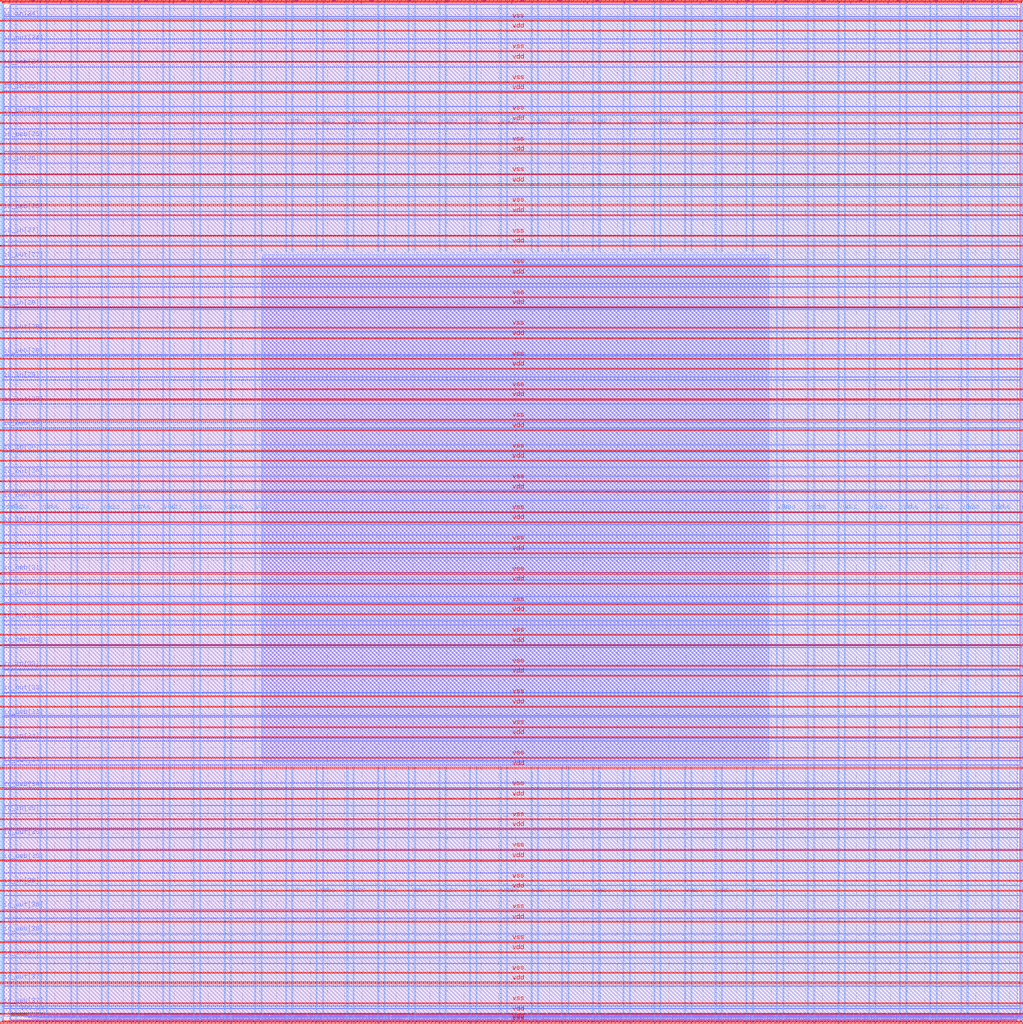
<source format=lef>
VERSION 5.7 ;
  NOWIREEXTENSIONATPIN ON ;
  DIVIDERCHAR "/" ;
  BUSBITCHARS "[]" ;
MACRO user_project_wrapper
  CLASS BLOCK ;
  FOREIGN user_project_wrapper ;
  ORIGIN 0.000 0.000 ;
  SIZE 2980.200 BY 2980.200 ;
  PIN io_in[0]
    DIRECTION INPUT ;
    USE SIGNAL ;
    PORT
      LAYER Metal3 ;
        RECT 2977.800 35.560 2985.000 36.680 ;
    END
  END io_in[0]
  PIN io_in[10]
    DIRECTION INPUT ;
    USE SIGNAL ;
    PORT
      LAYER Metal3 ;
        RECT 2977.800 2017.960 2985.000 2019.080 ;
    END
  END io_in[10]
  PIN io_in[11]
    DIRECTION INPUT ;
    USE SIGNAL ;
    PORT
      LAYER Metal3 ;
        RECT 2977.800 2216.200 2985.000 2217.320 ;
    END
  END io_in[11]
  PIN io_in[12]
    DIRECTION INPUT ;
    USE SIGNAL ;
    PORT
      LAYER Metal3 ;
        RECT 2977.800 2414.440 2985.000 2415.560 ;
    END
  END io_in[12]
  PIN io_in[13]
    DIRECTION INPUT ;
    USE SIGNAL ;
    PORT
      LAYER Metal3 ;
        RECT 2977.800 2612.680 2985.000 2613.800 ;
    END
  END io_in[13]
  PIN io_in[14]
    DIRECTION INPUT ;
    USE SIGNAL ;
    PORT
      LAYER Metal3 ;
        RECT 2977.800 2810.920 2985.000 2812.040 ;
    END
  END io_in[14]
  PIN io_in[15]
    DIRECTION INPUT ;
    USE SIGNAL ;
    PORT
      LAYER Metal2 ;
        RECT 2923.480 2977.800 2924.600 2985.000 ;
    END
  END io_in[15]
  PIN io_in[16]
    DIRECTION INPUT ;
    USE SIGNAL ;
    PORT
      LAYER Metal2 ;
        RECT 2592.520 2977.800 2593.640 2985.000 ;
    END
  END io_in[16]
  PIN io_in[17]
    DIRECTION INPUT ;
    USE SIGNAL ;
    PORT
      LAYER Metal2 ;
        RECT 2261.560 2977.800 2262.680 2985.000 ;
    END
  END io_in[17]
  PIN io_in[18]
    DIRECTION INPUT ;
    USE SIGNAL ;
    PORT
      LAYER Metal2 ;
        RECT 1930.600 2977.800 1931.720 2985.000 ;
    END
  END io_in[18]
  PIN io_in[19]
    DIRECTION INPUT ;
    USE SIGNAL ;
    PORT
      LAYER Metal2 ;
        RECT 1599.640 2977.800 1600.760 2985.000 ;
    END
  END io_in[19]
  PIN io_in[1]
    DIRECTION INPUT ;
    USE SIGNAL ;
    PORT
      LAYER Metal3 ;
        RECT 2977.800 233.800 2985.000 234.920 ;
    END
  END io_in[1]
  PIN io_in[20]
    DIRECTION INPUT ;
    USE SIGNAL ;
    PORT
      LAYER Metal2 ;
        RECT 1268.680 2977.800 1269.800 2985.000 ;
    END
  END io_in[20]
  PIN io_in[21]
    DIRECTION INPUT ;
    USE SIGNAL ;
    PORT
      LAYER Metal2 ;
        RECT 937.720 2977.800 938.840 2985.000 ;
    END
  END io_in[21]
  PIN io_in[22]
    DIRECTION INPUT ;
    USE SIGNAL ;
    PORT
      LAYER Metal2 ;
        RECT 606.760 2977.800 607.880 2985.000 ;
    END
  END io_in[22]
  PIN io_in[23]
    DIRECTION INPUT ;
    USE SIGNAL ;
    PORT
      LAYER Metal2 ;
        RECT 275.800 2977.800 276.920 2985.000 ;
    END
  END io_in[23]
  PIN io_in[24]
    DIRECTION INPUT ;
    USE SIGNAL ;
    PORT
      LAYER Metal3 ;
        RECT -4.800 2935.800 2.400 2936.920 ;
    END
  END io_in[24]
  PIN io_in[25]
    DIRECTION INPUT ;
    USE SIGNAL ;
    PORT
      LAYER Metal3 ;
        RECT -4.800 2724.120 2.400 2725.240 ;
    END
  END io_in[25]
  PIN io_in[26]
    DIRECTION INPUT ;
    USE SIGNAL ;
    PORT
      LAYER Metal3 ;
        RECT -4.800 2512.440 2.400 2513.560 ;
    END
  END io_in[26]
  PIN io_in[27]
    DIRECTION INPUT ;
    USE SIGNAL ;
    PORT
      LAYER Metal3 ;
        RECT -4.800 2300.760 2.400 2301.880 ;
    END
  END io_in[27]
  PIN io_in[28]
    DIRECTION INPUT ;
    USE SIGNAL ;
    PORT
      LAYER Metal3 ;
        RECT -4.800 2089.080 2.400 2090.200 ;
    END
  END io_in[28]
  PIN io_in[29]
    DIRECTION INPUT ;
    USE SIGNAL ;
    PORT
      LAYER Metal3 ;
        RECT -4.800 1877.400 2.400 1878.520 ;
    END
  END io_in[29]
  PIN io_in[2]
    DIRECTION INPUT ;
    USE SIGNAL ;
    PORT
      LAYER Metal3 ;
        RECT 2977.800 432.040 2985.000 433.160 ;
    END
  END io_in[2]
  PIN io_in[30]
    DIRECTION INPUT ;
    USE SIGNAL ;
    PORT
      LAYER Metal3 ;
        RECT -4.800 1665.720 2.400 1666.840 ;
    END
  END io_in[30]
  PIN io_in[31]
    DIRECTION INPUT ;
    USE SIGNAL ;
    PORT
      LAYER Metal3 ;
        RECT -4.800 1454.040 2.400 1455.160 ;
    END
  END io_in[31]
  PIN io_in[32]
    DIRECTION INPUT ;
    USE SIGNAL ;
    PORT
      LAYER Metal3 ;
        RECT -4.800 1242.360 2.400 1243.480 ;
    END
  END io_in[32]
  PIN io_in[33]
    DIRECTION INPUT ;
    USE SIGNAL ;
    PORT
      LAYER Metal3 ;
        RECT -4.800 1030.680 2.400 1031.800 ;
    END
  END io_in[33]
  PIN io_in[34]
    DIRECTION INPUT ;
    USE SIGNAL ;
    PORT
      LAYER Metal3 ;
        RECT -4.800 819.000 2.400 820.120 ;
    END
  END io_in[34]
  PIN io_in[35]
    DIRECTION INPUT ;
    USE SIGNAL ;
    PORT
      LAYER Metal3 ;
        RECT -4.800 607.320 2.400 608.440 ;
    END
  END io_in[35]
  PIN io_in[36]
    DIRECTION INPUT ;
    USE SIGNAL ;
    PORT
      LAYER Metal3 ;
        RECT -4.800 395.640 2.400 396.760 ;
    END
  END io_in[36]
  PIN io_in[37]
    DIRECTION INPUT ;
    USE SIGNAL ;
    PORT
      LAYER Metal3 ;
        RECT -4.800 183.960 2.400 185.080 ;
    END
  END io_in[37]
  PIN io_in[3]
    DIRECTION INPUT ;
    USE SIGNAL ;
    PORT
      LAYER Metal3 ;
        RECT 2977.800 630.280 2985.000 631.400 ;
    END
  END io_in[3]
  PIN io_in[4]
    DIRECTION INPUT ;
    USE SIGNAL ;
    PORT
      LAYER Metal3 ;
        RECT 2977.800 828.520 2985.000 829.640 ;
    END
  END io_in[4]
  PIN io_in[5]
    DIRECTION INPUT ;
    USE SIGNAL ;
    PORT
      LAYER Metal3 ;
        RECT 2977.800 1026.760 2985.000 1027.880 ;
    END
  END io_in[5]
  PIN io_in[6]
    DIRECTION INPUT ;
    USE SIGNAL ;
    PORT
      LAYER Metal3 ;
        RECT 2977.800 1225.000 2985.000 1226.120 ;
    END
  END io_in[6]
  PIN io_in[7]
    DIRECTION INPUT ;
    USE SIGNAL ;
    PORT
      LAYER Metal3 ;
        RECT 2977.800 1423.240 2985.000 1424.360 ;
    END
  END io_in[7]
  PIN io_in[8]
    DIRECTION INPUT ;
    USE SIGNAL ;
    PORT
      LAYER Metal3 ;
        RECT 2977.800 1621.480 2985.000 1622.600 ;
    END
  END io_in[8]
  PIN io_in[9]
    DIRECTION INPUT ;
    USE SIGNAL ;
    PORT
      LAYER Metal3 ;
        RECT 2977.800 1819.720 2985.000 1820.840 ;
    END
  END io_in[9]
  PIN io_oeb[0]
    DIRECTION OUTPUT TRISTATE ;
    USE SIGNAL ;
    PORT
      LAYER Metal3 ;
        RECT 2977.800 167.720 2985.000 168.840 ;
    END
  END io_oeb[0]
  PIN io_oeb[10]
    DIRECTION OUTPUT TRISTATE ;
    USE SIGNAL ;
    PORT
      LAYER Metal3 ;
        RECT 2977.800 2150.120 2985.000 2151.240 ;
    END
  END io_oeb[10]
  PIN io_oeb[11]
    DIRECTION OUTPUT TRISTATE ;
    USE SIGNAL ;
    PORT
      LAYER Metal3 ;
        RECT 2977.800 2348.360 2985.000 2349.480 ;
    END
  END io_oeb[11]
  PIN io_oeb[12]
    DIRECTION OUTPUT TRISTATE ;
    USE SIGNAL ;
    PORT
      LAYER Metal3 ;
        RECT 2977.800 2546.600 2985.000 2547.720 ;
    END
  END io_oeb[12]
  PIN io_oeb[13]
    DIRECTION OUTPUT TRISTATE ;
    USE SIGNAL ;
    PORT
      LAYER Metal3 ;
        RECT 2977.800 2744.840 2985.000 2745.960 ;
    END
  END io_oeb[13]
  PIN io_oeb[14]
    DIRECTION OUTPUT TRISTATE ;
    USE SIGNAL ;
    PORT
      LAYER Metal3 ;
        RECT 2977.800 2943.080 2985.000 2944.200 ;
    END
  END io_oeb[14]
  PIN io_oeb[15]
    DIRECTION OUTPUT TRISTATE ;
    USE SIGNAL ;
    PORT
      LAYER Metal2 ;
        RECT 2702.840 2977.800 2703.960 2985.000 ;
    END
  END io_oeb[15]
  PIN io_oeb[16]
    DIRECTION OUTPUT TRISTATE ;
    USE SIGNAL ;
    PORT
      LAYER Metal2 ;
        RECT 2371.880 2977.800 2373.000 2985.000 ;
    END
  END io_oeb[16]
  PIN io_oeb[17]
    DIRECTION OUTPUT TRISTATE ;
    USE SIGNAL ;
    PORT
      LAYER Metal2 ;
        RECT 2040.920 2977.800 2042.040 2985.000 ;
    END
  END io_oeb[17]
  PIN io_oeb[18]
    DIRECTION OUTPUT TRISTATE ;
    USE SIGNAL ;
    PORT
      LAYER Metal2 ;
        RECT 1709.960 2977.800 1711.080 2985.000 ;
    END
  END io_oeb[18]
  PIN io_oeb[19]
    DIRECTION OUTPUT TRISTATE ;
    USE SIGNAL ;
    PORT
      LAYER Metal2 ;
        RECT 1379.000 2977.800 1380.120 2985.000 ;
    END
  END io_oeb[19]
  PIN io_oeb[1]
    DIRECTION OUTPUT TRISTATE ;
    USE SIGNAL ;
    PORT
      LAYER Metal3 ;
        RECT 2977.800 365.960 2985.000 367.080 ;
    END
  END io_oeb[1]
  PIN io_oeb[20]
    DIRECTION OUTPUT TRISTATE ;
    USE SIGNAL ;
    PORT
      LAYER Metal2 ;
        RECT 1048.040 2977.800 1049.160 2985.000 ;
    END
  END io_oeb[20]
  PIN io_oeb[21]
    DIRECTION OUTPUT TRISTATE ;
    USE SIGNAL ;
    PORT
      LAYER Metal2 ;
        RECT 717.080 2977.800 718.200 2985.000 ;
    END
  END io_oeb[21]
  PIN io_oeb[22]
    DIRECTION OUTPUT TRISTATE ;
    USE SIGNAL ;
    PORT
      LAYER Metal2 ;
        RECT 386.120 2977.800 387.240 2985.000 ;
    END
  END io_oeb[22]
  PIN io_oeb[23]
    DIRECTION OUTPUT TRISTATE ;
    USE SIGNAL ;
    PORT
      LAYER Metal2 ;
        RECT 55.160 2977.800 56.280 2985.000 ;
    END
  END io_oeb[23]
  PIN io_oeb[24]
    DIRECTION OUTPUT TRISTATE ;
    USE SIGNAL ;
    PORT
      LAYER Metal3 ;
        RECT -4.800 2794.680 2.400 2795.800 ;
    END
  END io_oeb[24]
  PIN io_oeb[25]
    DIRECTION OUTPUT TRISTATE ;
    USE SIGNAL ;
    PORT
      LAYER Metal3 ;
        RECT -4.800 2583.000 2.400 2584.120 ;
    END
  END io_oeb[25]
  PIN io_oeb[26]
    DIRECTION OUTPUT TRISTATE ;
    USE SIGNAL ;
    PORT
      LAYER Metal3 ;
        RECT -4.800 2371.320 2.400 2372.440 ;
    END
  END io_oeb[26]
  PIN io_oeb[27]
    DIRECTION OUTPUT TRISTATE ;
    USE SIGNAL ;
    PORT
      LAYER Metal3 ;
        RECT -4.800 2159.640 2.400 2160.760 ;
    END
  END io_oeb[27]
  PIN io_oeb[28]
    DIRECTION OUTPUT TRISTATE ;
    USE SIGNAL ;
    PORT
      LAYER Metal3 ;
        RECT -4.800 1947.960 2.400 1949.080 ;
    END
  END io_oeb[28]
  PIN io_oeb[29]
    DIRECTION OUTPUT TRISTATE ;
    USE SIGNAL ;
    PORT
      LAYER Metal3 ;
        RECT -4.800 1736.280 2.400 1737.400 ;
    END
  END io_oeb[29]
  PIN io_oeb[2]
    DIRECTION OUTPUT TRISTATE ;
    USE SIGNAL ;
    PORT
      LAYER Metal3 ;
        RECT 2977.800 564.200 2985.000 565.320 ;
    END
  END io_oeb[2]
  PIN io_oeb[30]
    DIRECTION OUTPUT TRISTATE ;
    USE SIGNAL ;
    PORT
      LAYER Metal3 ;
        RECT -4.800 1524.600 2.400 1525.720 ;
    END
  END io_oeb[30]
  PIN io_oeb[31]
    DIRECTION OUTPUT TRISTATE ;
    USE SIGNAL ;
    PORT
      LAYER Metal3 ;
        RECT -4.800 1312.920 2.400 1314.040 ;
    END
  END io_oeb[31]
  PIN io_oeb[32]
    DIRECTION OUTPUT TRISTATE ;
    USE SIGNAL ;
    PORT
      LAYER Metal3 ;
        RECT -4.800 1101.240 2.400 1102.360 ;
    END
  END io_oeb[32]
  PIN io_oeb[33]
    DIRECTION OUTPUT TRISTATE ;
    USE SIGNAL ;
    PORT
      LAYER Metal3 ;
        RECT -4.800 889.560 2.400 890.680 ;
    END
  END io_oeb[33]
  PIN io_oeb[34]
    DIRECTION OUTPUT TRISTATE ;
    USE SIGNAL ;
    PORT
      LAYER Metal3 ;
        RECT -4.800 677.880 2.400 679.000 ;
    END
  END io_oeb[34]
  PIN io_oeb[35]
    DIRECTION OUTPUT TRISTATE ;
    USE SIGNAL ;
    PORT
      LAYER Metal3 ;
        RECT -4.800 466.200 2.400 467.320 ;
    END
  END io_oeb[35]
  PIN io_oeb[36]
    DIRECTION OUTPUT TRISTATE ;
    USE SIGNAL ;
    PORT
      LAYER Metal3 ;
        RECT -4.800 254.520 2.400 255.640 ;
    END
  END io_oeb[36]
  PIN io_oeb[37]
    DIRECTION OUTPUT TRISTATE ;
    USE SIGNAL ;
    PORT
      LAYER Metal3 ;
        RECT -4.800 42.840 2.400 43.960 ;
    END
  END io_oeb[37]
  PIN io_oeb[3]
    DIRECTION OUTPUT TRISTATE ;
    USE SIGNAL ;
    PORT
      LAYER Metal3 ;
        RECT 2977.800 762.440 2985.000 763.560 ;
    END
  END io_oeb[3]
  PIN io_oeb[4]
    DIRECTION OUTPUT TRISTATE ;
    USE SIGNAL ;
    PORT
      LAYER Metal3 ;
        RECT 2977.800 960.680 2985.000 961.800 ;
    END
  END io_oeb[4]
  PIN io_oeb[5]
    DIRECTION OUTPUT TRISTATE ;
    USE SIGNAL ;
    PORT
      LAYER Metal3 ;
        RECT 2977.800 1158.920 2985.000 1160.040 ;
    END
  END io_oeb[5]
  PIN io_oeb[6]
    DIRECTION OUTPUT TRISTATE ;
    USE SIGNAL ;
    PORT
      LAYER Metal3 ;
        RECT 2977.800 1357.160 2985.000 1358.280 ;
    END
  END io_oeb[6]
  PIN io_oeb[7]
    DIRECTION OUTPUT TRISTATE ;
    USE SIGNAL ;
    PORT
      LAYER Metal3 ;
        RECT 2977.800 1555.400 2985.000 1556.520 ;
    END
  END io_oeb[7]
  PIN io_oeb[8]
    DIRECTION OUTPUT TRISTATE ;
    USE SIGNAL ;
    PORT
      LAYER Metal3 ;
        RECT 2977.800 1753.640 2985.000 1754.760 ;
    END
  END io_oeb[8]
  PIN io_oeb[9]
    DIRECTION OUTPUT TRISTATE ;
    USE SIGNAL ;
    PORT
      LAYER Metal3 ;
        RECT 2977.800 1951.880 2985.000 1953.000 ;
    END
  END io_oeb[9]
  PIN io_out[0]
    DIRECTION OUTPUT TRISTATE ;
    USE SIGNAL ;
    PORT
      LAYER Metal3 ;
        RECT 2977.800 101.640 2985.000 102.760 ;
    END
  END io_out[0]
  PIN io_out[10]
    DIRECTION OUTPUT TRISTATE ;
    USE SIGNAL ;
    PORT
      LAYER Metal3 ;
        RECT 2977.800 2084.040 2985.000 2085.160 ;
    END
  END io_out[10]
  PIN io_out[11]
    DIRECTION OUTPUT TRISTATE ;
    USE SIGNAL ;
    PORT
      LAYER Metal3 ;
        RECT 2977.800 2282.280 2985.000 2283.400 ;
    END
  END io_out[11]
  PIN io_out[12]
    DIRECTION OUTPUT TRISTATE ;
    USE SIGNAL ;
    PORT
      LAYER Metal3 ;
        RECT 2977.800 2480.520 2985.000 2481.640 ;
    END
  END io_out[12]
  PIN io_out[13]
    DIRECTION OUTPUT TRISTATE ;
    USE SIGNAL ;
    PORT
      LAYER Metal3 ;
        RECT 2977.800 2678.760 2985.000 2679.880 ;
    END
  END io_out[13]
  PIN io_out[14]
    DIRECTION OUTPUT TRISTATE ;
    USE SIGNAL ;
    PORT
      LAYER Metal3 ;
        RECT 2977.800 2877.000 2985.000 2878.120 ;
    END
  END io_out[14]
  PIN io_out[15]
    DIRECTION OUTPUT TRISTATE ;
    USE SIGNAL ;
    PORT
      LAYER Metal2 ;
        RECT 2813.160 2977.800 2814.280 2985.000 ;
    END
  END io_out[15]
  PIN io_out[16]
    DIRECTION OUTPUT TRISTATE ;
    USE SIGNAL ;
    PORT
      LAYER Metal2 ;
        RECT 2482.200 2977.800 2483.320 2985.000 ;
    END
  END io_out[16]
  PIN io_out[17]
    DIRECTION OUTPUT TRISTATE ;
    USE SIGNAL ;
    PORT
      LAYER Metal2 ;
        RECT 2151.240 2977.800 2152.360 2985.000 ;
    END
  END io_out[17]
  PIN io_out[18]
    DIRECTION OUTPUT TRISTATE ;
    USE SIGNAL ;
    PORT
      LAYER Metal2 ;
        RECT 1820.280 2977.800 1821.400 2985.000 ;
    END
  END io_out[18]
  PIN io_out[19]
    DIRECTION OUTPUT TRISTATE ;
    USE SIGNAL ;
    PORT
      LAYER Metal2 ;
        RECT 1489.320 2977.800 1490.440 2985.000 ;
    END
  END io_out[19]
  PIN io_out[1]
    DIRECTION OUTPUT TRISTATE ;
    USE SIGNAL ;
    PORT
      LAYER Metal3 ;
        RECT 2977.800 299.880 2985.000 301.000 ;
    END
  END io_out[1]
  PIN io_out[20]
    DIRECTION OUTPUT TRISTATE ;
    USE SIGNAL ;
    PORT
      LAYER Metal2 ;
        RECT 1158.360 2977.800 1159.480 2985.000 ;
    END
  END io_out[20]
  PIN io_out[21]
    DIRECTION OUTPUT TRISTATE ;
    USE SIGNAL ;
    PORT
      LAYER Metal2 ;
        RECT 827.400 2977.800 828.520 2985.000 ;
    END
  END io_out[21]
  PIN io_out[22]
    DIRECTION OUTPUT TRISTATE ;
    USE SIGNAL ;
    PORT
      LAYER Metal2 ;
        RECT 496.440 2977.800 497.560 2985.000 ;
    END
  END io_out[22]
  PIN io_out[23]
    DIRECTION OUTPUT TRISTATE ;
    USE SIGNAL ;
    PORT
      LAYER Metal2 ;
        RECT 165.480 2977.800 166.600 2985.000 ;
    END
  END io_out[23]
  PIN io_out[24]
    DIRECTION OUTPUT TRISTATE ;
    USE SIGNAL ;
    PORT
      LAYER Metal3 ;
        RECT -4.800 2865.240 2.400 2866.360 ;
    END
  END io_out[24]
  PIN io_out[25]
    DIRECTION OUTPUT TRISTATE ;
    USE SIGNAL ;
    PORT
      LAYER Metal3 ;
        RECT -4.800 2653.560 2.400 2654.680 ;
    END
  END io_out[25]
  PIN io_out[26]
    DIRECTION OUTPUT TRISTATE ;
    USE SIGNAL ;
    PORT
      LAYER Metal3 ;
        RECT -4.800 2441.880 2.400 2443.000 ;
    END
  END io_out[26]
  PIN io_out[27]
    DIRECTION OUTPUT TRISTATE ;
    USE SIGNAL ;
    PORT
      LAYER Metal3 ;
        RECT -4.800 2230.200 2.400 2231.320 ;
    END
  END io_out[27]
  PIN io_out[28]
    DIRECTION OUTPUT TRISTATE ;
    USE SIGNAL ;
    PORT
      LAYER Metal3 ;
        RECT -4.800 2018.520 2.400 2019.640 ;
    END
  END io_out[28]
  PIN io_out[29]
    DIRECTION OUTPUT TRISTATE ;
    USE SIGNAL ;
    PORT
      LAYER Metal3 ;
        RECT -4.800 1806.840 2.400 1807.960 ;
    END
  END io_out[29]
  PIN io_out[2]
    DIRECTION OUTPUT TRISTATE ;
    USE SIGNAL ;
    PORT
      LAYER Metal3 ;
        RECT 2977.800 498.120 2985.000 499.240 ;
    END
  END io_out[2]
  PIN io_out[30]
    DIRECTION OUTPUT TRISTATE ;
    USE SIGNAL ;
    PORT
      LAYER Metal3 ;
        RECT -4.800 1595.160 2.400 1596.280 ;
    END
  END io_out[30]
  PIN io_out[31]
    DIRECTION OUTPUT TRISTATE ;
    USE SIGNAL ;
    PORT
      LAYER Metal3 ;
        RECT -4.800 1383.480 2.400 1384.600 ;
    END
  END io_out[31]
  PIN io_out[32]
    DIRECTION OUTPUT TRISTATE ;
    USE SIGNAL ;
    PORT
      LAYER Metal3 ;
        RECT -4.800 1171.800 2.400 1172.920 ;
    END
  END io_out[32]
  PIN io_out[33]
    DIRECTION OUTPUT TRISTATE ;
    USE SIGNAL ;
    PORT
      LAYER Metal3 ;
        RECT -4.800 960.120 2.400 961.240 ;
    END
  END io_out[33]
  PIN io_out[34]
    DIRECTION OUTPUT TRISTATE ;
    USE SIGNAL ;
    PORT
      LAYER Metal3 ;
        RECT -4.800 748.440 2.400 749.560 ;
    END
  END io_out[34]
  PIN io_out[35]
    DIRECTION OUTPUT TRISTATE ;
    USE SIGNAL ;
    PORT
      LAYER Metal3 ;
        RECT -4.800 536.760 2.400 537.880 ;
    END
  END io_out[35]
  PIN io_out[36]
    DIRECTION OUTPUT TRISTATE ;
    USE SIGNAL ;
    PORT
      LAYER Metal3 ;
        RECT -4.800 325.080 2.400 326.200 ;
    END
  END io_out[36]
  PIN io_out[37]
    DIRECTION OUTPUT TRISTATE ;
    USE SIGNAL ;
    PORT
      LAYER Metal3 ;
        RECT -4.800 113.400 2.400 114.520 ;
    END
  END io_out[37]
  PIN io_out[3]
    DIRECTION OUTPUT TRISTATE ;
    USE SIGNAL ;
    PORT
      LAYER Metal3 ;
        RECT 2977.800 696.360 2985.000 697.480 ;
    END
  END io_out[3]
  PIN io_out[4]
    DIRECTION OUTPUT TRISTATE ;
    USE SIGNAL ;
    PORT
      LAYER Metal3 ;
        RECT 2977.800 894.600 2985.000 895.720 ;
    END
  END io_out[4]
  PIN io_out[5]
    DIRECTION OUTPUT TRISTATE ;
    USE SIGNAL ;
    PORT
      LAYER Metal3 ;
        RECT 2977.800 1092.840 2985.000 1093.960 ;
    END
  END io_out[5]
  PIN io_out[6]
    DIRECTION OUTPUT TRISTATE ;
    USE SIGNAL ;
    PORT
      LAYER Metal3 ;
        RECT 2977.800 1291.080 2985.000 1292.200 ;
    END
  END io_out[6]
  PIN io_out[7]
    DIRECTION OUTPUT TRISTATE ;
    USE SIGNAL ;
    PORT
      LAYER Metal3 ;
        RECT 2977.800 1489.320 2985.000 1490.440 ;
    END
  END io_out[7]
  PIN io_out[8]
    DIRECTION OUTPUT TRISTATE ;
    USE SIGNAL ;
    PORT
      LAYER Metal3 ;
        RECT 2977.800 1687.560 2985.000 1688.680 ;
    END
  END io_out[8]
  PIN io_out[9]
    DIRECTION OUTPUT TRISTATE ;
    USE SIGNAL ;
    PORT
      LAYER Metal3 ;
        RECT 2977.800 1885.800 2985.000 1886.920 ;
    END
  END io_out[9]
  PIN la_data_in[0]
    DIRECTION INPUT ;
    USE SIGNAL ;
    PORT
      LAYER Metal2 ;
        RECT 1065.960 -4.800 1067.080 2.400 ;
    END
  END la_data_in[0]
  PIN la_data_in[10]
    DIRECTION INPUT ;
    USE SIGNAL ;
    PORT
      LAYER Metal2 ;
        RECT 1351.560 -4.800 1352.680 2.400 ;
    END
  END la_data_in[10]
  PIN la_data_in[11]
    DIRECTION INPUT ;
    USE SIGNAL ;
    PORT
      LAYER Metal2 ;
        RECT 1380.120 -4.800 1381.240 2.400 ;
    END
  END la_data_in[11]
  PIN la_data_in[12]
    DIRECTION INPUT ;
    USE SIGNAL ;
    PORT
      LAYER Metal2 ;
        RECT 1408.680 -4.800 1409.800 2.400 ;
    END
  END la_data_in[12]
  PIN la_data_in[13]
    DIRECTION INPUT ;
    USE SIGNAL ;
    PORT
      LAYER Metal2 ;
        RECT 1437.240 -4.800 1438.360 2.400 ;
    END
  END la_data_in[13]
  PIN la_data_in[14]
    DIRECTION INPUT ;
    USE SIGNAL ;
    PORT
      LAYER Metal2 ;
        RECT 1465.800 -4.800 1466.920 2.400 ;
    END
  END la_data_in[14]
  PIN la_data_in[15]
    DIRECTION INPUT ;
    USE SIGNAL ;
    PORT
      LAYER Metal2 ;
        RECT 1494.360 -4.800 1495.480 2.400 ;
    END
  END la_data_in[15]
  PIN la_data_in[16]
    DIRECTION INPUT ;
    USE SIGNAL ;
    PORT
      LAYER Metal2 ;
        RECT 1522.920 -4.800 1524.040 2.400 ;
    END
  END la_data_in[16]
  PIN la_data_in[17]
    DIRECTION INPUT ;
    USE SIGNAL ;
    PORT
      LAYER Metal2 ;
        RECT 1551.480 -4.800 1552.600 2.400 ;
    END
  END la_data_in[17]
  PIN la_data_in[18]
    DIRECTION INPUT ;
    USE SIGNAL ;
    PORT
      LAYER Metal2 ;
        RECT 1580.040 -4.800 1581.160 2.400 ;
    END
  END la_data_in[18]
  PIN la_data_in[19]
    DIRECTION INPUT ;
    USE SIGNAL ;
    PORT
      LAYER Metal2 ;
        RECT 1608.600 -4.800 1609.720 2.400 ;
    END
  END la_data_in[19]
  PIN la_data_in[1]
    DIRECTION INPUT ;
    USE SIGNAL ;
    PORT
      LAYER Metal2 ;
        RECT 1094.520 -4.800 1095.640 2.400 ;
    END
  END la_data_in[1]
  PIN la_data_in[20]
    DIRECTION INPUT ;
    USE SIGNAL ;
    PORT
      LAYER Metal2 ;
        RECT 1637.160 -4.800 1638.280 2.400 ;
    END
  END la_data_in[20]
  PIN la_data_in[21]
    DIRECTION INPUT ;
    USE SIGNAL ;
    PORT
      LAYER Metal2 ;
        RECT 1665.720 -4.800 1666.840 2.400 ;
    END
  END la_data_in[21]
  PIN la_data_in[22]
    DIRECTION INPUT ;
    USE SIGNAL ;
    PORT
      LAYER Metal2 ;
        RECT 1694.280 -4.800 1695.400 2.400 ;
    END
  END la_data_in[22]
  PIN la_data_in[23]
    DIRECTION INPUT ;
    USE SIGNAL ;
    PORT
      LAYER Metal2 ;
        RECT 1722.840 -4.800 1723.960 2.400 ;
    END
  END la_data_in[23]
  PIN la_data_in[24]
    DIRECTION INPUT ;
    USE SIGNAL ;
    PORT
      LAYER Metal2 ;
        RECT 1751.400 -4.800 1752.520 2.400 ;
    END
  END la_data_in[24]
  PIN la_data_in[25]
    DIRECTION INPUT ;
    USE SIGNAL ;
    PORT
      LAYER Metal2 ;
        RECT 1779.960 -4.800 1781.080 2.400 ;
    END
  END la_data_in[25]
  PIN la_data_in[26]
    DIRECTION INPUT ;
    USE SIGNAL ;
    PORT
      LAYER Metal2 ;
        RECT 1808.520 -4.800 1809.640 2.400 ;
    END
  END la_data_in[26]
  PIN la_data_in[27]
    DIRECTION INPUT ;
    USE SIGNAL ;
    PORT
      LAYER Metal2 ;
        RECT 1837.080 -4.800 1838.200 2.400 ;
    END
  END la_data_in[27]
  PIN la_data_in[28]
    DIRECTION INPUT ;
    USE SIGNAL ;
    PORT
      LAYER Metal2 ;
        RECT 1865.640 -4.800 1866.760 2.400 ;
    END
  END la_data_in[28]
  PIN la_data_in[29]
    DIRECTION INPUT ;
    USE SIGNAL ;
    PORT
      LAYER Metal2 ;
        RECT 1894.200 -4.800 1895.320 2.400 ;
    END
  END la_data_in[29]
  PIN la_data_in[2]
    DIRECTION INPUT ;
    USE SIGNAL ;
    PORT
      LAYER Metal2 ;
        RECT 1123.080 -4.800 1124.200 2.400 ;
    END
  END la_data_in[2]
  PIN la_data_in[30]
    DIRECTION INPUT ;
    USE SIGNAL ;
    PORT
      LAYER Metal2 ;
        RECT 1922.760 -4.800 1923.880 2.400 ;
    END
  END la_data_in[30]
  PIN la_data_in[31]
    DIRECTION INPUT ;
    USE SIGNAL ;
    PORT
      LAYER Metal2 ;
        RECT 1951.320 -4.800 1952.440 2.400 ;
    END
  END la_data_in[31]
  PIN la_data_in[32]
    DIRECTION INPUT ;
    USE SIGNAL ;
    PORT
      LAYER Metal2 ;
        RECT 1979.880 -4.800 1981.000 2.400 ;
    END
  END la_data_in[32]
  PIN la_data_in[33]
    DIRECTION INPUT ;
    USE SIGNAL ;
    PORT
      LAYER Metal2 ;
        RECT 2008.440 -4.800 2009.560 2.400 ;
    END
  END la_data_in[33]
  PIN la_data_in[34]
    DIRECTION INPUT ;
    USE SIGNAL ;
    PORT
      LAYER Metal2 ;
        RECT 2037.000 -4.800 2038.120 2.400 ;
    END
  END la_data_in[34]
  PIN la_data_in[35]
    DIRECTION INPUT ;
    USE SIGNAL ;
    PORT
      LAYER Metal2 ;
        RECT 2065.560 -4.800 2066.680 2.400 ;
    END
  END la_data_in[35]
  PIN la_data_in[36]
    DIRECTION INPUT ;
    USE SIGNAL ;
    PORT
      LAYER Metal2 ;
        RECT 2094.120 -4.800 2095.240 2.400 ;
    END
  END la_data_in[36]
  PIN la_data_in[37]
    DIRECTION INPUT ;
    USE SIGNAL ;
    PORT
      LAYER Metal2 ;
        RECT 2122.680 -4.800 2123.800 2.400 ;
    END
  END la_data_in[37]
  PIN la_data_in[38]
    DIRECTION INPUT ;
    USE SIGNAL ;
    PORT
      LAYER Metal2 ;
        RECT 2151.240 -4.800 2152.360 2.400 ;
    END
  END la_data_in[38]
  PIN la_data_in[39]
    DIRECTION INPUT ;
    USE SIGNAL ;
    PORT
      LAYER Metal2 ;
        RECT 2179.800 -4.800 2180.920 2.400 ;
    END
  END la_data_in[39]
  PIN la_data_in[3]
    DIRECTION INPUT ;
    USE SIGNAL ;
    PORT
      LAYER Metal2 ;
        RECT 1151.640 -4.800 1152.760 2.400 ;
    END
  END la_data_in[3]
  PIN la_data_in[40]
    DIRECTION INPUT ;
    USE SIGNAL ;
    PORT
      LAYER Metal2 ;
        RECT 2208.360 -4.800 2209.480 2.400 ;
    END
  END la_data_in[40]
  PIN la_data_in[41]
    DIRECTION INPUT ;
    USE SIGNAL ;
    PORT
      LAYER Metal2 ;
        RECT 2236.920 -4.800 2238.040 2.400 ;
    END
  END la_data_in[41]
  PIN la_data_in[42]
    DIRECTION INPUT ;
    USE SIGNAL ;
    PORT
      LAYER Metal2 ;
        RECT 2265.480 -4.800 2266.600 2.400 ;
    END
  END la_data_in[42]
  PIN la_data_in[43]
    DIRECTION INPUT ;
    USE SIGNAL ;
    PORT
      LAYER Metal2 ;
        RECT 2294.040 -4.800 2295.160 2.400 ;
    END
  END la_data_in[43]
  PIN la_data_in[44]
    DIRECTION INPUT ;
    USE SIGNAL ;
    PORT
      LAYER Metal2 ;
        RECT 2322.600 -4.800 2323.720 2.400 ;
    END
  END la_data_in[44]
  PIN la_data_in[45]
    DIRECTION INPUT ;
    USE SIGNAL ;
    PORT
      LAYER Metal2 ;
        RECT 2351.160 -4.800 2352.280 2.400 ;
    END
  END la_data_in[45]
  PIN la_data_in[46]
    DIRECTION INPUT ;
    USE SIGNAL ;
    PORT
      LAYER Metal2 ;
        RECT 2379.720 -4.800 2380.840 2.400 ;
    END
  END la_data_in[46]
  PIN la_data_in[47]
    DIRECTION INPUT ;
    USE SIGNAL ;
    PORT
      LAYER Metal2 ;
        RECT 2408.280 -4.800 2409.400 2.400 ;
    END
  END la_data_in[47]
  PIN la_data_in[48]
    DIRECTION INPUT ;
    USE SIGNAL ;
    PORT
      LAYER Metal2 ;
        RECT 2436.840 -4.800 2437.960 2.400 ;
    END
  END la_data_in[48]
  PIN la_data_in[49]
    DIRECTION INPUT ;
    USE SIGNAL ;
    PORT
      LAYER Metal2 ;
        RECT 2465.400 -4.800 2466.520 2.400 ;
    END
  END la_data_in[49]
  PIN la_data_in[4]
    DIRECTION INPUT ;
    USE SIGNAL ;
    PORT
      LAYER Metal2 ;
        RECT 1180.200 -4.800 1181.320 2.400 ;
    END
  END la_data_in[4]
  PIN la_data_in[50]
    DIRECTION INPUT ;
    USE SIGNAL ;
    PORT
      LAYER Metal2 ;
        RECT 2493.960 -4.800 2495.080 2.400 ;
    END
  END la_data_in[50]
  PIN la_data_in[51]
    DIRECTION INPUT ;
    USE SIGNAL ;
    PORT
      LAYER Metal2 ;
        RECT 2522.520 -4.800 2523.640 2.400 ;
    END
  END la_data_in[51]
  PIN la_data_in[52]
    DIRECTION INPUT ;
    USE SIGNAL ;
    PORT
      LAYER Metal2 ;
        RECT 2551.080 -4.800 2552.200 2.400 ;
    END
  END la_data_in[52]
  PIN la_data_in[53]
    DIRECTION INPUT ;
    USE SIGNAL ;
    PORT
      LAYER Metal2 ;
        RECT 2579.640 -4.800 2580.760 2.400 ;
    END
  END la_data_in[53]
  PIN la_data_in[54]
    DIRECTION INPUT ;
    USE SIGNAL ;
    PORT
      LAYER Metal2 ;
        RECT 2608.200 -4.800 2609.320 2.400 ;
    END
  END la_data_in[54]
  PIN la_data_in[55]
    DIRECTION INPUT ;
    USE SIGNAL ;
    PORT
      LAYER Metal2 ;
        RECT 2636.760 -4.800 2637.880 2.400 ;
    END
  END la_data_in[55]
  PIN la_data_in[56]
    DIRECTION INPUT ;
    USE SIGNAL ;
    PORT
      LAYER Metal2 ;
        RECT 2665.320 -4.800 2666.440 2.400 ;
    END
  END la_data_in[56]
  PIN la_data_in[57]
    DIRECTION INPUT ;
    USE SIGNAL ;
    PORT
      LAYER Metal2 ;
        RECT 2693.880 -4.800 2695.000 2.400 ;
    END
  END la_data_in[57]
  PIN la_data_in[58]
    DIRECTION INPUT ;
    USE SIGNAL ;
    PORT
      LAYER Metal2 ;
        RECT 2722.440 -4.800 2723.560 2.400 ;
    END
  END la_data_in[58]
  PIN la_data_in[59]
    DIRECTION INPUT ;
    USE SIGNAL ;
    PORT
      LAYER Metal2 ;
        RECT 2751.000 -4.800 2752.120 2.400 ;
    END
  END la_data_in[59]
  PIN la_data_in[5]
    DIRECTION INPUT ;
    USE SIGNAL ;
    PORT
      LAYER Metal2 ;
        RECT 1208.760 -4.800 1209.880 2.400 ;
    END
  END la_data_in[5]
  PIN la_data_in[60]
    DIRECTION INPUT ;
    USE SIGNAL ;
    PORT
      LAYER Metal2 ;
        RECT 2779.560 -4.800 2780.680 2.400 ;
    END
  END la_data_in[60]
  PIN la_data_in[61]
    DIRECTION INPUT ;
    USE SIGNAL ;
    PORT
      LAYER Metal2 ;
        RECT 2808.120 -4.800 2809.240 2.400 ;
    END
  END la_data_in[61]
  PIN la_data_in[62]
    DIRECTION INPUT ;
    USE SIGNAL ;
    PORT
      LAYER Metal2 ;
        RECT 2836.680 -4.800 2837.800 2.400 ;
    END
  END la_data_in[62]
  PIN la_data_in[63]
    DIRECTION INPUT ;
    USE SIGNAL ;
    PORT
      LAYER Metal2 ;
        RECT 2865.240 -4.800 2866.360 2.400 ;
    END
  END la_data_in[63]
  PIN la_data_in[6]
    DIRECTION INPUT ;
    USE SIGNAL ;
    PORT
      LAYER Metal2 ;
        RECT 1237.320 -4.800 1238.440 2.400 ;
    END
  END la_data_in[6]
  PIN la_data_in[7]
    DIRECTION INPUT ;
    USE SIGNAL ;
    PORT
      LAYER Metal2 ;
        RECT 1265.880 -4.800 1267.000 2.400 ;
    END
  END la_data_in[7]
  PIN la_data_in[8]
    DIRECTION INPUT ;
    USE SIGNAL ;
    PORT
      LAYER Metal2 ;
        RECT 1294.440 -4.800 1295.560 2.400 ;
    END
  END la_data_in[8]
  PIN la_data_in[9]
    DIRECTION INPUT ;
    USE SIGNAL ;
    PORT
      LAYER Metal2 ;
        RECT 1323.000 -4.800 1324.120 2.400 ;
    END
  END la_data_in[9]
  PIN la_data_out[0]
    DIRECTION OUTPUT TRISTATE ;
    USE SIGNAL ;
    PORT
      LAYER Metal2 ;
        RECT 1075.480 -4.800 1076.600 2.400 ;
    END
  END la_data_out[0]
  PIN la_data_out[10]
    DIRECTION OUTPUT TRISTATE ;
    USE SIGNAL ;
    PORT
      LAYER Metal2 ;
        RECT 1361.080 -4.800 1362.200 2.400 ;
    END
  END la_data_out[10]
  PIN la_data_out[11]
    DIRECTION OUTPUT TRISTATE ;
    USE SIGNAL ;
    PORT
      LAYER Metal2 ;
        RECT 1389.640 -4.800 1390.760 2.400 ;
    END
  END la_data_out[11]
  PIN la_data_out[12]
    DIRECTION OUTPUT TRISTATE ;
    USE SIGNAL ;
    PORT
      LAYER Metal2 ;
        RECT 1418.200 -4.800 1419.320 2.400 ;
    END
  END la_data_out[12]
  PIN la_data_out[13]
    DIRECTION OUTPUT TRISTATE ;
    USE SIGNAL ;
    PORT
      LAYER Metal2 ;
        RECT 1446.760 -4.800 1447.880 2.400 ;
    END
  END la_data_out[13]
  PIN la_data_out[14]
    DIRECTION OUTPUT TRISTATE ;
    USE SIGNAL ;
    PORT
      LAYER Metal2 ;
        RECT 1475.320 -4.800 1476.440 2.400 ;
    END
  END la_data_out[14]
  PIN la_data_out[15]
    DIRECTION OUTPUT TRISTATE ;
    USE SIGNAL ;
    PORT
      LAYER Metal2 ;
        RECT 1503.880 -4.800 1505.000 2.400 ;
    END
  END la_data_out[15]
  PIN la_data_out[16]
    DIRECTION OUTPUT TRISTATE ;
    USE SIGNAL ;
    PORT
      LAYER Metal2 ;
        RECT 1532.440 -4.800 1533.560 2.400 ;
    END
  END la_data_out[16]
  PIN la_data_out[17]
    DIRECTION OUTPUT TRISTATE ;
    USE SIGNAL ;
    PORT
      LAYER Metal2 ;
        RECT 1561.000 -4.800 1562.120 2.400 ;
    END
  END la_data_out[17]
  PIN la_data_out[18]
    DIRECTION OUTPUT TRISTATE ;
    USE SIGNAL ;
    PORT
      LAYER Metal2 ;
        RECT 1589.560 -4.800 1590.680 2.400 ;
    END
  END la_data_out[18]
  PIN la_data_out[19]
    DIRECTION OUTPUT TRISTATE ;
    USE SIGNAL ;
    PORT
      LAYER Metal2 ;
        RECT 1618.120 -4.800 1619.240 2.400 ;
    END
  END la_data_out[19]
  PIN la_data_out[1]
    DIRECTION OUTPUT TRISTATE ;
    USE SIGNAL ;
    PORT
      LAYER Metal2 ;
        RECT 1104.040 -4.800 1105.160 2.400 ;
    END
  END la_data_out[1]
  PIN la_data_out[20]
    DIRECTION OUTPUT TRISTATE ;
    USE SIGNAL ;
    PORT
      LAYER Metal2 ;
        RECT 1646.680 -4.800 1647.800 2.400 ;
    END
  END la_data_out[20]
  PIN la_data_out[21]
    DIRECTION OUTPUT TRISTATE ;
    USE SIGNAL ;
    PORT
      LAYER Metal2 ;
        RECT 1675.240 -4.800 1676.360 2.400 ;
    END
  END la_data_out[21]
  PIN la_data_out[22]
    DIRECTION OUTPUT TRISTATE ;
    USE SIGNAL ;
    PORT
      LAYER Metal2 ;
        RECT 1703.800 -4.800 1704.920 2.400 ;
    END
  END la_data_out[22]
  PIN la_data_out[23]
    DIRECTION OUTPUT TRISTATE ;
    USE SIGNAL ;
    PORT
      LAYER Metal2 ;
        RECT 1732.360 -4.800 1733.480 2.400 ;
    END
  END la_data_out[23]
  PIN la_data_out[24]
    DIRECTION OUTPUT TRISTATE ;
    USE SIGNAL ;
    PORT
      LAYER Metal2 ;
        RECT 1760.920 -4.800 1762.040 2.400 ;
    END
  END la_data_out[24]
  PIN la_data_out[25]
    DIRECTION OUTPUT TRISTATE ;
    USE SIGNAL ;
    PORT
      LAYER Metal2 ;
        RECT 1789.480 -4.800 1790.600 2.400 ;
    END
  END la_data_out[25]
  PIN la_data_out[26]
    DIRECTION OUTPUT TRISTATE ;
    USE SIGNAL ;
    PORT
      LAYER Metal2 ;
        RECT 1818.040 -4.800 1819.160 2.400 ;
    END
  END la_data_out[26]
  PIN la_data_out[27]
    DIRECTION OUTPUT TRISTATE ;
    USE SIGNAL ;
    PORT
      LAYER Metal2 ;
        RECT 1846.600 -4.800 1847.720 2.400 ;
    END
  END la_data_out[27]
  PIN la_data_out[28]
    DIRECTION OUTPUT TRISTATE ;
    USE SIGNAL ;
    PORT
      LAYER Metal2 ;
        RECT 1875.160 -4.800 1876.280 2.400 ;
    END
  END la_data_out[28]
  PIN la_data_out[29]
    DIRECTION OUTPUT TRISTATE ;
    USE SIGNAL ;
    PORT
      LAYER Metal2 ;
        RECT 1903.720 -4.800 1904.840 2.400 ;
    END
  END la_data_out[29]
  PIN la_data_out[2]
    DIRECTION OUTPUT TRISTATE ;
    USE SIGNAL ;
    PORT
      LAYER Metal2 ;
        RECT 1132.600 -4.800 1133.720 2.400 ;
    END
  END la_data_out[2]
  PIN la_data_out[30]
    DIRECTION OUTPUT TRISTATE ;
    USE SIGNAL ;
    PORT
      LAYER Metal2 ;
        RECT 1932.280 -4.800 1933.400 2.400 ;
    END
  END la_data_out[30]
  PIN la_data_out[31]
    DIRECTION OUTPUT TRISTATE ;
    USE SIGNAL ;
    PORT
      LAYER Metal2 ;
        RECT 1960.840 -4.800 1961.960 2.400 ;
    END
  END la_data_out[31]
  PIN la_data_out[32]
    DIRECTION OUTPUT TRISTATE ;
    USE SIGNAL ;
    PORT
      LAYER Metal2 ;
        RECT 1989.400 -4.800 1990.520 2.400 ;
    END
  END la_data_out[32]
  PIN la_data_out[33]
    DIRECTION OUTPUT TRISTATE ;
    USE SIGNAL ;
    PORT
      LAYER Metal2 ;
        RECT 2017.960 -4.800 2019.080 2.400 ;
    END
  END la_data_out[33]
  PIN la_data_out[34]
    DIRECTION OUTPUT TRISTATE ;
    USE SIGNAL ;
    PORT
      LAYER Metal2 ;
        RECT 2046.520 -4.800 2047.640 2.400 ;
    END
  END la_data_out[34]
  PIN la_data_out[35]
    DIRECTION OUTPUT TRISTATE ;
    USE SIGNAL ;
    PORT
      LAYER Metal2 ;
        RECT 2075.080 -4.800 2076.200 2.400 ;
    END
  END la_data_out[35]
  PIN la_data_out[36]
    DIRECTION OUTPUT TRISTATE ;
    USE SIGNAL ;
    PORT
      LAYER Metal2 ;
        RECT 2103.640 -4.800 2104.760 2.400 ;
    END
  END la_data_out[36]
  PIN la_data_out[37]
    DIRECTION OUTPUT TRISTATE ;
    USE SIGNAL ;
    PORT
      LAYER Metal2 ;
        RECT 2132.200 -4.800 2133.320 2.400 ;
    END
  END la_data_out[37]
  PIN la_data_out[38]
    DIRECTION OUTPUT TRISTATE ;
    USE SIGNAL ;
    PORT
      LAYER Metal2 ;
        RECT 2160.760 -4.800 2161.880 2.400 ;
    END
  END la_data_out[38]
  PIN la_data_out[39]
    DIRECTION OUTPUT TRISTATE ;
    USE SIGNAL ;
    PORT
      LAYER Metal2 ;
        RECT 2189.320 -4.800 2190.440 2.400 ;
    END
  END la_data_out[39]
  PIN la_data_out[3]
    DIRECTION OUTPUT TRISTATE ;
    USE SIGNAL ;
    PORT
      LAYER Metal2 ;
        RECT 1161.160 -4.800 1162.280 2.400 ;
    END
  END la_data_out[3]
  PIN la_data_out[40]
    DIRECTION OUTPUT TRISTATE ;
    USE SIGNAL ;
    PORT
      LAYER Metal2 ;
        RECT 2217.880 -4.800 2219.000 2.400 ;
    END
  END la_data_out[40]
  PIN la_data_out[41]
    DIRECTION OUTPUT TRISTATE ;
    USE SIGNAL ;
    PORT
      LAYER Metal2 ;
        RECT 2246.440 -4.800 2247.560 2.400 ;
    END
  END la_data_out[41]
  PIN la_data_out[42]
    DIRECTION OUTPUT TRISTATE ;
    USE SIGNAL ;
    PORT
      LAYER Metal2 ;
        RECT 2275.000 -4.800 2276.120 2.400 ;
    END
  END la_data_out[42]
  PIN la_data_out[43]
    DIRECTION OUTPUT TRISTATE ;
    USE SIGNAL ;
    PORT
      LAYER Metal2 ;
        RECT 2303.560 -4.800 2304.680 2.400 ;
    END
  END la_data_out[43]
  PIN la_data_out[44]
    DIRECTION OUTPUT TRISTATE ;
    USE SIGNAL ;
    PORT
      LAYER Metal2 ;
        RECT 2332.120 -4.800 2333.240 2.400 ;
    END
  END la_data_out[44]
  PIN la_data_out[45]
    DIRECTION OUTPUT TRISTATE ;
    USE SIGNAL ;
    PORT
      LAYER Metal2 ;
        RECT 2360.680 -4.800 2361.800 2.400 ;
    END
  END la_data_out[45]
  PIN la_data_out[46]
    DIRECTION OUTPUT TRISTATE ;
    USE SIGNAL ;
    PORT
      LAYER Metal2 ;
        RECT 2389.240 -4.800 2390.360 2.400 ;
    END
  END la_data_out[46]
  PIN la_data_out[47]
    DIRECTION OUTPUT TRISTATE ;
    USE SIGNAL ;
    PORT
      LAYER Metal2 ;
        RECT 2417.800 -4.800 2418.920 2.400 ;
    END
  END la_data_out[47]
  PIN la_data_out[48]
    DIRECTION OUTPUT TRISTATE ;
    USE SIGNAL ;
    PORT
      LAYER Metal2 ;
        RECT 2446.360 -4.800 2447.480 2.400 ;
    END
  END la_data_out[48]
  PIN la_data_out[49]
    DIRECTION OUTPUT TRISTATE ;
    USE SIGNAL ;
    PORT
      LAYER Metal2 ;
        RECT 2474.920 -4.800 2476.040 2.400 ;
    END
  END la_data_out[49]
  PIN la_data_out[4]
    DIRECTION OUTPUT TRISTATE ;
    USE SIGNAL ;
    PORT
      LAYER Metal2 ;
        RECT 1189.720 -4.800 1190.840 2.400 ;
    END
  END la_data_out[4]
  PIN la_data_out[50]
    DIRECTION OUTPUT TRISTATE ;
    USE SIGNAL ;
    PORT
      LAYER Metal2 ;
        RECT 2503.480 -4.800 2504.600 2.400 ;
    END
  END la_data_out[50]
  PIN la_data_out[51]
    DIRECTION OUTPUT TRISTATE ;
    USE SIGNAL ;
    PORT
      LAYER Metal2 ;
        RECT 2532.040 -4.800 2533.160 2.400 ;
    END
  END la_data_out[51]
  PIN la_data_out[52]
    DIRECTION OUTPUT TRISTATE ;
    USE SIGNAL ;
    PORT
      LAYER Metal2 ;
        RECT 2560.600 -4.800 2561.720 2.400 ;
    END
  END la_data_out[52]
  PIN la_data_out[53]
    DIRECTION OUTPUT TRISTATE ;
    USE SIGNAL ;
    PORT
      LAYER Metal2 ;
        RECT 2589.160 -4.800 2590.280 2.400 ;
    END
  END la_data_out[53]
  PIN la_data_out[54]
    DIRECTION OUTPUT TRISTATE ;
    USE SIGNAL ;
    PORT
      LAYER Metal2 ;
        RECT 2617.720 -4.800 2618.840 2.400 ;
    END
  END la_data_out[54]
  PIN la_data_out[55]
    DIRECTION OUTPUT TRISTATE ;
    USE SIGNAL ;
    PORT
      LAYER Metal2 ;
        RECT 2646.280 -4.800 2647.400 2.400 ;
    END
  END la_data_out[55]
  PIN la_data_out[56]
    DIRECTION OUTPUT TRISTATE ;
    USE SIGNAL ;
    PORT
      LAYER Metal2 ;
        RECT 2674.840 -4.800 2675.960 2.400 ;
    END
  END la_data_out[56]
  PIN la_data_out[57]
    DIRECTION OUTPUT TRISTATE ;
    USE SIGNAL ;
    PORT
      LAYER Metal2 ;
        RECT 2703.400 -4.800 2704.520 2.400 ;
    END
  END la_data_out[57]
  PIN la_data_out[58]
    DIRECTION OUTPUT TRISTATE ;
    USE SIGNAL ;
    PORT
      LAYER Metal2 ;
        RECT 2731.960 -4.800 2733.080 2.400 ;
    END
  END la_data_out[58]
  PIN la_data_out[59]
    DIRECTION OUTPUT TRISTATE ;
    USE SIGNAL ;
    PORT
      LAYER Metal2 ;
        RECT 2760.520 -4.800 2761.640 2.400 ;
    END
  END la_data_out[59]
  PIN la_data_out[5]
    DIRECTION OUTPUT TRISTATE ;
    USE SIGNAL ;
    PORT
      LAYER Metal2 ;
        RECT 1218.280 -4.800 1219.400 2.400 ;
    END
  END la_data_out[5]
  PIN la_data_out[60]
    DIRECTION OUTPUT TRISTATE ;
    USE SIGNAL ;
    PORT
      LAYER Metal2 ;
        RECT 2789.080 -4.800 2790.200 2.400 ;
    END
  END la_data_out[60]
  PIN la_data_out[61]
    DIRECTION OUTPUT TRISTATE ;
    USE SIGNAL ;
    PORT
      LAYER Metal2 ;
        RECT 2817.640 -4.800 2818.760 2.400 ;
    END
  END la_data_out[61]
  PIN la_data_out[62]
    DIRECTION OUTPUT TRISTATE ;
    USE SIGNAL ;
    PORT
      LAYER Metal2 ;
        RECT 2846.200 -4.800 2847.320 2.400 ;
    END
  END la_data_out[62]
  PIN la_data_out[63]
    DIRECTION OUTPUT TRISTATE ;
    USE SIGNAL ;
    PORT
      LAYER Metal2 ;
        RECT 2874.760 -4.800 2875.880 2.400 ;
    END
  END la_data_out[63]
  PIN la_data_out[6]
    DIRECTION OUTPUT TRISTATE ;
    USE SIGNAL ;
    PORT
      LAYER Metal2 ;
        RECT 1246.840 -4.800 1247.960 2.400 ;
    END
  END la_data_out[6]
  PIN la_data_out[7]
    DIRECTION OUTPUT TRISTATE ;
    USE SIGNAL ;
    PORT
      LAYER Metal2 ;
        RECT 1275.400 -4.800 1276.520 2.400 ;
    END
  END la_data_out[7]
  PIN la_data_out[8]
    DIRECTION OUTPUT TRISTATE ;
    USE SIGNAL ;
    PORT
      LAYER Metal2 ;
        RECT 1303.960 -4.800 1305.080 2.400 ;
    END
  END la_data_out[8]
  PIN la_data_out[9]
    DIRECTION OUTPUT TRISTATE ;
    USE SIGNAL ;
    PORT
      LAYER Metal2 ;
        RECT 1332.520 -4.800 1333.640 2.400 ;
    END
  END la_data_out[9]
  PIN la_oenb[0]
    DIRECTION INPUT ;
    USE SIGNAL ;
    PORT
      LAYER Metal2 ;
        RECT 1085.000 -4.800 1086.120 2.400 ;
    END
  END la_oenb[0]
  PIN la_oenb[10]
    DIRECTION INPUT ;
    USE SIGNAL ;
    PORT
      LAYER Metal2 ;
        RECT 1370.600 -4.800 1371.720 2.400 ;
    END
  END la_oenb[10]
  PIN la_oenb[11]
    DIRECTION INPUT ;
    USE SIGNAL ;
    PORT
      LAYER Metal2 ;
        RECT 1399.160 -4.800 1400.280 2.400 ;
    END
  END la_oenb[11]
  PIN la_oenb[12]
    DIRECTION INPUT ;
    USE SIGNAL ;
    PORT
      LAYER Metal2 ;
        RECT 1427.720 -4.800 1428.840 2.400 ;
    END
  END la_oenb[12]
  PIN la_oenb[13]
    DIRECTION INPUT ;
    USE SIGNAL ;
    PORT
      LAYER Metal2 ;
        RECT 1456.280 -4.800 1457.400 2.400 ;
    END
  END la_oenb[13]
  PIN la_oenb[14]
    DIRECTION INPUT ;
    USE SIGNAL ;
    PORT
      LAYER Metal2 ;
        RECT 1484.840 -4.800 1485.960 2.400 ;
    END
  END la_oenb[14]
  PIN la_oenb[15]
    DIRECTION INPUT ;
    USE SIGNAL ;
    PORT
      LAYER Metal2 ;
        RECT 1513.400 -4.800 1514.520 2.400 ;
    END
  END la_oenb[15]
  PIN la_oenb[16]
    DIRECTION INPUT ;
    USE SIGNAL ;
    PORT
      LAYER Metal2 ;
        RECT 1541.960 -4.800 1543.080 2.400 ;
    END
  END la_oenb[16]
  PIN la_oenb[17]
    DIRECTION INPUT ;
    USE SIGNAL ;
    PORT
      LAYER Metal2 ;
        RECT 1570.520 -4.800 1571.640 2.400 ;
    END
  END la_oenb[17]
  PIN la_oenb[18]
    DIRECTION INPUT ;
    USE SIGNAL ;
    PORT
      LAYER Metal2 ;
        RECT 1599.080 -4.800 1600.200 2.400 ;
    END
  END la_oenb[18]
  PIN la_oenb[19]
    DIRECTION INPUT ;
    USE SIGNAL ;
    PORT
      LAYER Metal2 ;
        RECT 1627.640 -4.800 1628.760 2.400 ;
    END
  END la_oenb[19]
  PIN la_oenb[1]
    DIRECTION INPUT ;
    USE SIGNAL ;
    PORT
      LAYER Metal2 ;
        RECT 1113.560 -4.800 1114.680 2.400 ;
    END
  END la_oenb[1]
  PIN la_oenb[20]
    DIRECTION INPUT ;
    USE SIGNAL ;
    PORT
      LAYER Metal2 ;
        RECT 1656.200 -4.800 1657.320 2.400 ;
    END
  END la_oenb[20]
  PIN la_oenb[21]
    DIRECTION INPUT ;
    USE SIGNAL ;
    PORT
      LAYER Metal2 ;
        RECT 1684.760 -4.800 1685.880 2.400 ;
    END
  END la_oenb[21]
  PIN la_oenb[22]
    DIRECTION INPUT ;
    USE SIGNAL ;
    PORT
      LAYER Metal2 ;
        RECT 1713.320 -4.800 1714.440 2.400 ;
    END
  END la_oenb[22]
  PIN la_oenb[23]
    DIRECTION INPUT ;
    USE SIGNAL ;
    PORT
      LAYER Metal2 ;
        RECT 1741.880 -4.800 1743.000 2.400 ;
    END
  END la_oenb[23]
  PIN la_oenb[24]
    DIRECTION INPUT ;
    USE SIGNAL ;
    PORT
      LAYER Metal2 ;
        RECT 1770.440 -4.800 1771.560 2.400 ;
    END
  END la_oenb[24]
  PIN la_oenb[25]
    DIRECTION INPUT ;
    USE SIGNAL ;
    PORT
      LAYER Metal2 ;
        RECT 1799.000 -4.800 1800.120 2.400 ;
    END
  END la_oenb[25]
  PIN la_oenb[26]
    DIRECTION INPUT ;
    USE SIGNAL ;
    PORT
      LAYER Metal2 ;
        RECT 1827.560 -4.800 1828.680 2.400 ;
    END
  END la_oenb[26]
  PIN la_oenb[27]
    DIRECTION INPUT ;
    USE SIGNAL ;
    PORT
      LAYER Metal2 ;
        RECT 1856.120 -4.800 1857.240 2.400 ;
    END
  END la_oenb[27]
  PIN la_oenb[28]
    DIRECTION INPUT ;
    USE SIGNAL ;
    PORT
      LAYER Metal2 ;
        RECT 1884.680 -4.800 1885.800 2.400 ;
    END
  END la_oenb[28]
  PIN la_oenb[29]
    DIRECTION INPUT ;
    USE SIGNAL ;
    PORT
      LAYER Metal2 ;
        RECT 1913.240 -4.800 1914.360 2.400 ;
    END
  END la_oenb[29]
  PIN la_oenb[2]
    DIRECTION INPUT ;
    USE SIGNAL ;
    PORT
      LAYER Metal2 ;
        RECT 1142.120 -4.800 1143.240 2.400 ;
    END
  END la_oenb[2]
  PIN la_oenb[30]
    DIRECTION INPUT ;
    USE SIGNAL ;
    PORT
      LAYER Metal2 ;
        RECT 1941.800 -4.800 1942.920 2.400 ;
    END
  END la_oenb[30]
  PIN la_oenb[31]
    DIRECTION INPUT ;
    USE SIGNAL ;
    PORT
      LAYER Metal2 ;
        RECT 1970.360 -4.800 1971.480 2.400 ;
    END
  END la_oenb[31]
  PIN la_oenb[32]
    DIRECTION INPUT ;
    USE SIGNAL ;
    PORT
      LAYER Metal2 ;
        RECT 1998.920 -4.800 2000.040 2.400 ;
    END
  END la_oenb[32]
  PIN la_oenb[33]
    DIRECTION INPUT ;
    USE SIGNAL ;
    PORT
      LAYER Metal2 ;
        RECT 2027.480 -4.800 2028.600 2.400 ;
    END
  END la_oenb[33]
  PIN la_oenb[34]
    DIRECTION INPUT ;
    USE SIGNAL ;
    PORT
      LAYER Metal2 ;
        RECT 2056.040 -4.800 2057.160 2.400 ;
    END
  END la_oenb[34]
  PIN la_oenb[35]
    DIRECTION INPUT ;
    USE SIGNAL ;
    PORT
      LAYER Metal2 ;
        RECT 2084.600 -4.800 2085.720 2.400 ;
    END
  END la_oenb[35]
  PIN la_oenb[36]
    DIRECTION INPUT ;
    USE SIGNAL ;
    PORT
      LAYER Metal2 ;
        RECT 2113.160 -4.800 2114.280 2.400 ;
    END
  END la_oenb[36]
  PIN la_oenb[37]
    DIRECTION INPUT ;
    USE SIGNAL ;
    PORT
      LAYER Metal2 ;
        RECT 2141.720 -4.800 2142.840 2.400 ;
    END
  END la_oenb[37]
  PIN la_oenb[38]
    DIRECTION INPUT ;
    USE SIGNAL ;
    PORT
      LAYER Metal2 ;
        RECT 2170.280 -4.800 2171.400 2.400 ;
    END
  END la_oenb[38]
  PIN la_oenb[39]
    DIRECTION INPUT ;
    USE SIGNAL ;
    PORT
      LAYER Metal2 ;
        RECT 2198.840 -4.800 2199.960 2.400 ;
    END
  END la_oenb[39]
  PIN la_oenb[3]
    DIRECTION INPUT ;
    USE SIGNAL ;
    PORT
      LAYER Metal2 ;
        RECT 1170.680 -4.800 1171.800 2.400 ;
    END
  END la_oenb[3]
  PIN la_oenb[40]
    DIRECTION INPUT ;
    USE SIGNAL ;
    PORT
      LAYER Metal2 ;
        RECT 2227.400 -4.800 2228.520 2.400 ;
    END
  END la_oenb[40]
  PIN la_oenb[41]
    DIRECTION INPUT ;
    USE SIGNAL ;
    PORT
      LAYER Metal2 ;
        RECT 2255.960 -4.800 2257.080 2.400 ;
    END
  END la_oenb[41]
  PIN la_oenb[42]
    DIRECTION INPUT ;
    USE SIGNAL ;
    PORT
      LAYER Metal2 ;
        RECT 2284.520 -4.800 2285.640 2.400 ;
    END
  END la_oenb[42]
  PIN la_oenb[43]
    DIRECTION INPUT ;
    USE SIGNAL ;
    PORT
      LAYER Metal2 ;
        RECT 2313.080 -4.800 2314.200 2.400 ;
    END
  END la_oenb[43]
  PIN la_oenb[44]
    DIRECTION INPUT ;
    USE SIGNAL ;
    PORT
      LAYER Metal2 ;
        RECT 2341.640 -4.800 2342.760 2.400 ;
    END
  END la_oenb[44]
  PIN la_oenb[45]
    DIRECTION INPUT ;
    USE SIGNAL ;
    PORT
      LAYER Metal2 ;
        RECT 2370.200 -4.800 2371.320 2.400 ;
    END
  END la_oenb[45]
  PIN la_oenb[46]
    DIRECTION INPUT ;
    USE SIGNAL ;
    PORT
      LAYER Metal2 ;
        RECT 2398.760 -4.800 2399.880 2.400 ;
    END
  END la_oenb[46]
  PIN la_oenb[47]
    DIRECTION INPUT ;
    USE SIGNAL ;
    PORT
      LAYER Metal2 ;
        RECT 2427.320 -4.800 2428.440 2.400 ;
    END
  END la_oenb[47]
  PIN la_oenb[48]
    DIRECTION INPUT ;
    USE SIGNAL ;
    PORT
      LAYER Metal2 ;
        RECT 2455.880 -4.800 2457.000 2.400 ;
    END
  END la_oenb[48]
  PIN la_oenb[49]
    DIRECTION INPUT ;
    USE SIGNAL ;
    PORT
      LAYER Metal2 ;
        RECT 2484.440 -4.800 2485.560 2.400 ;
    END
  END la_oenb[49]
  PIN la_oenb[4]
    DIRECTION INPUT ;
    USE SIGNAL ;
    PORT
      LAYER Metal2 ;
        RECT 1199.240 -4.800 1200.360 2.400 ;
    END
  END la_oenb[4]
  PIN la_oenb[50]
    DIRECTION INPUT ;
    USE SIGNAL ;
    PORT
      LAYER Metal2 ;
        RECT 2513.000 -4.800 2514.120 2.400 ;
    END
  END la_oenb[50]
  PIN la_oenb[51]
    DIRECTION INPUT ;
    USE SIGNAL ;
    PORT
      LAYER Metal2 ;
        RECT 2541.560 -4.800 2542.680 2.400 ;
    END
  END la_oenb[51]
  PIN la_oenb[52]
    DIRECTION INPUT ;
    USE SIGNAL ;
    PORT
      LAYER Metal2 ;
        RECT 2570.120 -4.800 2571.240 2.400 ;
    END
  END la_oenb[52]
  PIN la_oenb[53]
    DIRECTION INPUT ;
    USE SIGNAL ;
    PORT
      LAYER Metal2 ;
        RECT 2598.680 -4.800 2599.800 2.400 ;
    END
  END la_oenb[53]
  PIN la_oenb[54]
    DIRECTION INPUT ;
    USE SIGNAL ;
    PORT
      LAYER Metal2 ;
        RECT 2627.240 -4.800 2628.360 2.400 ;
    END
  END la_oenb[54]
  PIN la_oenb[55]
    DIRECTION INPUT ;
    USE SIGNAL ;
    PORT
      LAYER Metal2 ;
        RECT 2655.800 -4.800 2656.920 2.400 ;
    END
  END la_oenb[55]
  PIN la_oenb[56]
    DIRECTION INPUT ;
    USE SIGNAL ;
    PORT
      LAYER Metal2 ;
        RECT 2684.360 -4.800 2685.480 2.400 ;
    END
  END la_oenb[56]
  PIN la_oenb[57]
    DIRECTION INPUT ;
    USE SIGNAL ;
    PORT
      LAYER Metal2 ;
        RECT 2712.920 -4.800 2714.040 2.400 ;
    END
  END la_oenb[57]
  PIN la_oenb[58]
    DIRECTION INPUT ;
    USE SIGNAL ;
    PORT
      LAYER Metal2 ;
        RECT 2741.480 -4.800 2742.600 2.400 ;
    END
  END la_oenb[58]
  PIN la_oenb[59]
    DIRECTION INPUT ;
    USE SIGNAL ;
    PORT
      LAYER Metal2 ;
        RECT 2770.040 -4.800 2771.160 2.400 ;
    END
  END la_oenb[59]
  PIN la_oenb[5]
    DIRECTION INPUT ;
    USE SIGNAL ;
    PORT
      LAYER Metal2 ;
        RECT 1227.800 -4.800 1228.920 2.400 ;
    END
  END la_oenb[5]
  PIN la_oenb[60]
    DIRECTION INPUT ;
    USE SIGNAL ;
    PORT
      LAYER Metal2 ;
        RECT 2798.600 -4.800 2799.720 2.400 ;
    END
  END la_oenb[60]
  PIN la_oenb[61]
    DIRECTION INPUT ;
    USE SIGNAL ;
    PORT
      LAYER Metal2 ;
        RECT 2827.160 -4.800 2828.280 2.400 ;
    END
  END la_oenb[61]
  PIN la_oenb[62]
    DIRECTION INPUT ;
    USE SIGNAL ;
    PORT
      LAYER Metal2 ;
        RECT 2855.720 -4.800 2856.840 2.400 ;
    END
  END la_oenb[62]
  PIN la_oenb[63]
    DIRECTION INPUT ;
    USE SIGNAL ;
    PORT
      LAYER Metal2 ;
        RECT 2884.280 -4.800 2885.400 2.400 ;
    END
  END la_oenb[63]
  PIN la_oenb[6]
    DIRECTION INPUT ;
    USE SIGNAL ;
    PORT
      LAYER Metal2 ;
        RECT 1256.360 -4.800 1257.480 2.400 ;
    END
  END la_oenb[6]
  PIN la_oenb[7]
    DIRECTION INPUT ;
    USE SIGNAL ;
    PORT
      LAYER Metal2 ;
        RECT 1284.920 -4.800 1286.040 2.400 ;
    END
  END la_oenb[7]
  PIN la_oenb[8]
    DIRECTION INPUT ;
    USE SIGNAL ;
    PORT
      LAYER Metal2 ;
        RECT 1313.480 -4.800 1314.600 2.400 ;
    END
  END la_oenb[8]
  PIN la_oenb[9]
    DIRECTION INPUT ;
    USE SIGNAL ;
    PORT
      LAYER Metal2 ;
        RECT 1342.040 -4.800 1343.160 2.400 ;
    END
  END la_oenb[9]
  PIN user_clock2
    DIRECTION INPUT ;
    USE SIGNAL ;
    PORT
      LAYER Metal2 ;
        RECT 2893.800 -4.800 2894.920 2.400 ;
    END
  END user_clock2
  PIN user_irq[0]
    DIRECTION OUTPUT TRISTATE ;
    USE SIGNAL ;
    PORT
      LAYER Metal2 ;
        RECT 2903.320 -4.800 2904.440 2.400 ;
    END
  END user_irq[0]
  PIN user_irq[1]
    DIRECTION OUTPUT TRISTATE ;
    USE SIGNAL ;
    PORT
      LAYER Metal2 ;
        RECT 2912.840 -4.800 2913.960 2.400 ;
    END
  END user_irq[1]
  PIN user_irq[2]
    DIRECTION OUTPUT TRISTATE ;
    USE SIGNAL ;
    PORT
      LAYER Metal2 ;
        RECT 2922.360 -4.800 2923.480 2.400 ;
    END
  END user_irq[2]
  PIN vdd
    DIRECTION INOUT ;
    USE POWER ;
    PORT
      LAYER Metal4 ;
        RECT -4.780 -3.420 -1.680 2986.540 ;
    END
    PORT
      LAYER Metal5 ;
        RECT -4.780 -3.420 2985.100 -0.320 ;
    END
    PORT
      LAYER Metal5 ;
        RECT -4.780 2983.440 2985.100 2986.540 ;
    END
    PORT
      LAYER Metal4 ;
        RECT 2982.000 -3.420 2985.100 2986.540 ;
    END
    PORT
      LAYER Metal4 ;
        RECT 15.770 -8.220 18.870 2991.340 ;
    END
    PORT
      LAYER Metal4 ;
        RECT 105.770 -8.220 108.870 2991.340 ;
    END
    PORT
      LAYER Metal4 ;
        RECT 195.770 -8.220 198.870 2991.340 ;
    END
    PORT
      LAYER Metal4 ;
        RECT 285.770 -8.220 288.870 2991.340 ;
    END
    PORT
      LAYER Metal4 ;
        RECT 375.770 -8.220 378.870 2991.340 ;
    END
    PORT
      LAYER Metal4 ;
        RECT 465.770 -8.220 468.870 2991.340 ;
    END
    PORT
      LAYER Metal4 ;
        RECT 555.770 -8.220 558.870 2991.340 ;
    END
    PORT
      LAYER Metal4 ;
        RECT 645.770 -8.220 648.870 2991.340 ;
    END
    PORT
      LAYER Metal4 ;
        RECT 735.770 -8.220 738.870 2991.340 ;
    END
    PORT
      LAYER Metal4 ;
        RECT 825.770 -8.220 828.870 744.290 ;
    END
    PORT
      LAYER Metal4 ;
        RECT 825.770 2255.390 828.870 2991.340 ;
    END
    PORT
      LAYER Metal4 ;
        RECT 915.770 -8.220 918.870 744.290 ;
    END
    PORT
      LAYER Metal4 ;
        RECT 915.770 2255.390 918.870 2991.340 ;
    END
    PORT
      LAYER Metal4 ;
        RECT 1005.770 -8.220 1008.870 744.290 ;
    END
    PORT
      LAYER Metal4 ;
        RECT 1005.770 2255.390 1008.870 2991.340 ;
    END
    PORT
      LAYER Metal4 ;
        RECT 1095.770 -8.220 1098.870 744.290 ;
    END
    PORT
      LAYER Metal4 ;
        RECT 1095.770 2255.390 1098.870 2991.340 ;
    END
    PORT
      LAYER Metal4 ;
        RECT 1185.770 -8.220 1188.870 744.290 ;
    END
    PORT
      LAYER Metal4 ;
        RECT 1185.770 2255.390 1188.870 2991.340 ;
    END
    PORT
      LAYER Metal4 ;
        RECT 1275.770 -8.220 1278.870 744.290 ;
    END
    PORT
      LAYER Metal4 ;
        RECT 1275.770 2255.390 1278.870 2991.340 ;
    END
    PORT
      LAYER Metal4 ;
        RECT 1365.770 -8.220 1368.870 744.290 ;
    END
    PORT
      LAYER Metal4 ;
        RECT 1365.770 2255.390 1368.870 2991.340 ;
    END
    PORT
      LAYER Metal4 ;
        RECT 1455.770 -8.220 1458.870 744.290 ;
    END
    PORT
      LAYER Metal4 ;
        RECT 1455.770 2255.390 1458.870 2991.340 ;
    END
    PORT
      LAYER Metal4 ;
        RECT 1545.770 -8.220 1548.870 744.290 ;
    END
    PORT
      LAYER Metal4 ;
        RECT 1545.770 2255.390 1548.870 2991.340 ;
    END
    PORT
      LAYER Metal4 ;
        RECT 1635.770 -8.220 1638.870 744.290 ;
    END
    PORT
      LAYER Metal4 ;
        RECT 1635.770 2255.390 1638.870 2991.340 ;
    END
    PORT
      LAYER Metal4 ;
        RECT 1725.770 -8.220 1728.870 744.290 ;
    END
    PORT
      LAYER Metal4 ;
        RECT 1725.770 2255.390 1728.870 2991.340 ;
    END
    PORT
      LAYER Metal4 ;
        RECT 1815.770 -8.220 1818.870 744.290 ;
    END
    PORT
      LAYER Metal4 ;
        RECT 1815.770 2255.390 1818.870 2991.340 ;
    END
    PORT
      LAYER Metal4 ;
        RECT 1905.770 -8.220 1908.870 744.290 ;
    END
    PORT
      LAYER Metal4 ;
        RECT 1905.770 2255.390 1908.870 2991.340 ;
    END
    PORT
      LAYER Metal4 ;
        RECT 1995.770 -8.220 1998.870 744.290 ;
    END
    PORT
      LAYER Metal4 ;
        RECT 1995.770 2255.390 1998.870 2991.340 ;
    END
    PORT
      LAYER Metal4 ;
        RECT 2085.770 -8.220 2088.870 744.290 ;
    END
    PORT
      LAYER Metal4 ;
        RECT 2085.770 2255.390 2088.870 2991.340 ;
    END
    PORT
      LAYER Metal4 ;
        RECT 2175.770 -8.220 2178.870 744.290 ;
    END
    PORT
      LAYER Metal4 ;
        RECT 2175.770 2255.390 2178.870 2991.340 ;
    END
    PORT
      LAYER Metal4 ;
        RECT 2265.770 -8.220 2268.870 2991.340 ;
    END
    PORT
      LAYER Metal4 ;
        RECT 2355.770 -8.220 2358.870 2991.340 ;
    END
    PORT
      LAYER Metal4 ;
        RECT 2445.770 -8.220 2448.870 2991.340 ;
    END
    PORT
      LAYER Metal4 ;
        RECT 2535.770 -8.220 2538.870 2991.340 ;
    END
    PORT
      LAYER Metal4 ;
        RECT 2625.770 -8.220 2628.870 2991.340 ;
    END
    PORT
      LAYER Metal4 ;
        RECT 2715.770 -8.220 2718.870 2991.340 ;
    END
    PORT
      LAYER Metal4 ;
        RECT 2805.770 -8.220 2808.870 2991.340 ;
    END
    PORT
      LAYER Metal4 ;
        RECT 2895.770 -8.220 2898.870 2991.340 ;
    END
    PORT
      LAYER Metal5 ;
        RECT -9.580 19.130 2989.900 22.230 ;
    END
    PORT
      LAYER Metal5 ;
        RECT -9.580 109.130 2989.900 112.230 ;
    END
    PORT
      LAYER Metal5 ;
        RECT -9.580 199.130 2989.900 202.230 ;
    END
    PORT
      LAYER Metal5 ;
        RECT -9.580 289.130 2989.900 292.230 ;
    END
    PORT
      LAYER Metal5 ;
        RECT -9.580 379.130 2989.900 382.230 ;
    END
    PORT
      LAYER Metal5 ;
        RECT -9.580 469.130 2989.900 472.230 ;
    END
    PORT
      LAYER Metal5 ;
        RECT -9.580 559.130 2989.900 562.230 ;
    END
    PORT
      LAYER Metal5 ;
        RECT -9.580 649.130 2989.900 652.230 ;
    END
    PORT
      LAYER Metal5 ;
        RECT -9.580 739.130 2989.900 742.230 ;
    END
    PORT
      LAYER Metal5 ;
        RECT -9.580 829.130 2989.900 832.230 ;
    END
    PORT
      LAYER Metal5 ;
        RECT -9.580 919.130 2989.900 922.230 ;
    END
    PORT
      LAYER Metal5 ;
        RECT -9.580 1009.130 2989.900 1012.230 ;
    END
    PORT
      LAYER Metal5 ;
        RECT -9.580 1099.130 2989.900 1102.230 ;
    END
    PORT
      LAYER Metal5 ;
        RECT -9.580 1189.130 2989.900 1192.230 ;
    END
    PORT
      LAYER Metal5 ;
        RECT -9.580 1279.130 2989.900 1282.230 ;
    END
    PORT
      LAYER Metal5 ;
        RECT -9.580 1369.130 2989.900 1372.230 ;
    END
    PORT
      LAYER Metal5 ;
        RECT -9.580 1459.130 2989.900 1462.230 ;
    END
    PORT
      LAYER Metal5 ;
        RECT -9.580 1549.130 2989.900 1552.230 ;
    END
    PORT
      LAYER Metal5 ;
        RECT -9.580 1639.130 2989.900 1642.230 ;
    END
    PORT
      LAYER Metal5 ;
        RECT -9.580 1729.130 2989.900 1732.230 ;
    END
    PORT
      LAYER Metal5 ;
        RECT -9.580 1819.130 2989.900 1822.230 ;
    END
    PORT
      LAYER Metal5 ;
        RECT -9.580 1909.130 2989.900 1912.230 ;
    END
    PORT
      LAYER Metal5 ;
        RECT -9.580 1999.130 2989.900 2002.230 ;
    END
    PORT
      LAYER Metal5 ;
        RECT -9.580 2089.130 2989.900 2092.230 ;
    END
    PORT
      LAYER Metal5 ;
        RECT -9.580 2179.130 2989.900 2182.230 ;
    END
    PORT
      LAYER Metal5 ;
        RECT -9.580 2269.130 2989.900 2272.230 ;
    END
    PORT
      LAYER Metal5 ;
        RECT -9.580 2359.130 2989.900 2362.230 ;
    END
    PORT
      LAYER Metal5 ;
        RECT -9.580 2449.130 2989.900 2452.230 ;
    END
    PORT
      LAYER Metal5 ;
        RECT -9.580 2539.130 2989.900 2542.230 ;
    END
    PORT
      LAYER Metal5 ;
        RECT -9.580 2629.130 2989.900 2632.230 ;
    END
    PORT
      LAYER Metal5 ;
        RECT -9.580 2719.130 2989.900 2722.230 ;
    END
    PORT
      LAYER Metal5 ;
        RECT -9.580 2809.130 2989.900 2812.230 ;
    END
    PORT
      LAYER Metal5 ;
        RECT -9.580 2899.130 2989.900 2902.230 ;
    END
  END vdd
  PIN vss
    DIRECTION INOUT ;
    USE GROUND ;
    PORT
      LAYER Metal4 ;
        RECT -9.580 -8.220 -6.480 2991.340 ;
    END
    PORT
      LAYER Metal5 ;
        RECT -9.580 -8.220 2989.900 -5.120 ;
    END
    PORT
      LAYER Metal5 ;
        RECT -9.580 2988.240 2989.900 2991.340 ;
    END
    PORT
      LAYER Metal4 ;
        RECT 2986.800 -8.220 2989.900 2991.340 ;
    END
    PORT
      LAYER Metal4 ;
        RECT 34.370 -8.220 37.470 2991.340 ;
    END
    PORT
      LAYER Metal4 ;
        RECT 124.370 -8.220 127.470 2991.340 ;
    END
    PORT
      LAYER Metal4 ;
        RECT 214.370 -8.220 217.470 2991.340 ;
    END
    PORT
      LAYER Metal4 ;
        RECT 304.370 -8.220 307.470 2991.340 ;
    END
    PORT
      LAYER Metal4 ;
        RECT 394.370 -8.220 397.470 2991.340 ;
    END
    PORT
      LAYER Metal4 ;
        RECT 484.370 -8.220 487.470 2991.340 ;
    END
    PORT
      LAYER Metal4 ;
        RECT 574.370 -8.220 577.470 2991.340 ;
    END
    PORT
      LAYER Metal4 ;
        RECT 664.370 -8.220 667.470 2991.340 ;
    END
    PORT
      LAYER Metal4 ;
        RECT 754.370 -8.220 757.470 744.290 ;
    END
    PORT
      LAYER Metal4 ;
        RECT 754.370 2255.390 757.470 2991.340 ;
    END
    PORT
      LAYER Metal4 ;
        RECT 844.370 -8.220 847.470 744.290 ;
    END
    PORT
      LAYER Metal4 ;
        RECT 844.370 2255.390 847.470 2991.340 ;
    END
    PORT
      LAYER Metal4 ;
        RECT 934.370 -8.220 937.470 744.290 ;
    END
    PORT
      LAYER Metal4 ;
        RECT 934.370 2255.390 937.470 2991.340 ;
    END
    PORT
      LAYER Metal4 ;
        RECT 1024.370 -8.220 1027.470 744.290 ;
    END
    PORT
      LAYER Metal4 ;
        RECT 1024.370 2255.390 1027.470 2991.340 ;
    END
    PORT
      LAYER Metal4 ;
        RECT 1114.370 -8.220 1117.470 744.290 ;
    END
    PORT
      LAYER Metal4 ;
        RECT 1114.370 2255.390 1117.470 2991.340 ;
    END
    PORT
      LAYER Metal4 ;
        RECT 1204.370 -8.220 1207.470 744.290 ;
    END
    PORT
      LAYER Metal4 ;
        RECT 1204.370 2255.390 1207.470 2991.340 ;
    END
    PORT
      LAYER Metal4 ;
        RECT 1294.370 -8.220 1297.470 744.290 ;
    END
    PORT
      LAYER Metal4 ;
        RECT 1294.370 2255.390 1297.470 2991.340 ;
    END
    PORT
      LAYER Metal4 ;
        RECT 1384.370 -8.220 1387.470 744.290 ;
    END
    PORT
      LAYER Metal4 ;
        RECT 1384.370 2255.390 1387.470 2991.340 ;
    END
    PORT
      LAYER Metal4 ;
        RECT 1474.370 -8.220 1477.470 744.290 ;
    END
    PORT
      LAYER Metal4 ;
        RECT 1474.370 2255.390 1477.470 2991.340 ;
    END
    PORT
      LAYER Metal4 ;
        RECT 1564.370 -8.220 1567.470 744.290 ;
    END
    PORT
      LAYER Metal4 ;
        RECT 1564.370 2255.390 1567.470 2991.340 ;
    END
    PORT
      LAYER Metal4 ;
        RECT 1654.370 -8.220 1657.470 744.290 ;
    END
    PORT
      LAYER Metal4 ;
        RECT 1654.370 2255.390 1657.470 2991.340 ;
    END
    PORT
      LAYER Metal4 ;
        RECT 1744.370 -8.220 1747.470 744.290 ;
    END
    PORT
      LAYER Metal4 ;
        RECT 1744.370 2255.390 1747.470 2991.340 ;
    END
    PORT
      LAYER Metal4 ;
        RECT 1834.370 -8.220 1837.470 744.290 ;
    END
    PORT
      LAYER Metal4 ;
        RECT 1834.370 2255.390 1837.470 2991.340 ;
    END
    PORT
      LAYER Metal4 ;
        RECT 1924.370 -8.220 1927.470 744.290 ;
    END
    PORT
      LAYER Metal4 ;
        RECT 1924.370 2255.390 1927.470 2991.340 ;
    END
    PORT
      LAYER Metal4 ;
        RECT 2014.370 -8.220 2017.470 744.290 ;
    END
    PORT
      LAYER Metal4 ;
        RECT 2014.370 2255.390 2017.470 2991.340 ;
    END
    PORT
      LAYER Metal4 ;
        RECT 2104.370 -8.220 2107.470 744.290 ;
    END
    PORT
      LAYER Metal4 ;
        RECT 2104.370 2255.390 2107.470 2991.340 ;
    END
    PORT
      LAYER Metal4 ;
        RECT 2194.370 -8.220 2197.470 744.290 ;
    END
    PORT
      LAYER Metal4 ;
        RECT 2194.370 2255.390 2197.470 2991.340 ;
    END
    PORT
      LAYER Metal4 ;
        RECT 2284.370 -8.220 2287.470 2991.340 ;
    END
    PORT
      LAYER Metal4 ;
        RECT 2374.370 -8.220 2377.470 2991.340 ;
    END
    PORT
      LAYER Metal4 ;
        RECT 2464.370 -8.220 2467.470 2991.340 ;
    END
    PORT
      LAYER Metal4 ;
        RECT 2554.370 -8.220 2557.470 2991.340 ;
    END
    PORT
      LAYER Metal4 ;
        RECT 2644.370 -8.220 2647.470 2991.340 ;
    END
    PORT
      LAYER Metal4 ;
        RECT 2734.370 -8.220 2737.470 2991.340 ;
    END
    PORT
      LAYER Metal4 ;
        RECT 2824.370 -8.220 2827.470 2991.340 ;
    END
    PORT
      LAYER Metal4 ;
        RECT 2914.370 -8.220 2917.470 2991.340 ;
    END
    PORT
      LAYER Metal5 ;
        RECT -9.580 49.130 2989.900 52.230 ;
    END
    PORT
      LAYER Metal5 ;
        RECT -9.580 139.130 2989.900 142.230 ;
    END
    PORT
      LAYER Metal5 ;
        RECT -9.580 229.130 2989.900 232.230 ;
    END
    PORT
      LAYER Metal5 ;
        RECT -9.580 319.130 2989.900 322.230 ;
    END
    PORT
      LAYER Metal5 ;
        RECT -9.580 409.130 2989.900 412.230 ;
    END
    PORT
      LAYER Metal5 ;
        RECT -9.580 499.130 2989.900 502.230 ;
    END
    PORT
      LAYER Metal5 ;
        RECT -9.580 589.130 2989.900 592.230 ;
    END
    PORT
      LAYER Metal5 ;
        RECT -9.580 679.130 2989.900 682.230 ;
    END
    PORT
      LAYER Metal5 ;
        RECT -9.580 769.130 2989.900 772.230 ;
    END
    PORT
      LAYER Metal5 ;
        RECT -9.580 859.130 2989.900 862.230 ;
    END
    PORT
      LAYER Metal5 ;
        RECT -9.580 949.130 2989.900 952.230 ;
    END
    PORT
      LAYER Metal5 ;
        RECT -9.580 1039.130 2989.900 1042.230 ;
    END
    PORT
      LAYER Metal5 ;
        RECT -9.580 1129.130 2989.900 1132.230 ;
    END
    PORT
      LAYER Metal5 ;
        RECT -9.580 1219.130 2989.900 1222.230 ;
    END
    PORT
      LAYER Metal5 ;
        RECT -9.580 1309.130 2989.900 1312.230 ;
    END
    PORT
      LAYER Metal5 ;
        RECT -9.580 1399.130 2989.900 1402.230 ;
    END
    PORT
      LAYER Metal5 ;
        RECT -9.580 1489.130 2989.900 1492.230 ;
    END
    PORT
      LAYER Metal5 ;
        RECT -9.580 1579.130 2989.900 1582.230 ;
    END
    PORT
      LAYER Metal5 ;
        RECT -9.580 1669.130 2989.900 1672.230 ;
    END
    PORT
      LAYER Metal5 ;
        RECT -9.580 1759.130 2989.900 1762.230 ;
    END
    PORT
      LAYER Metal5 ;
        RECT -9.580 1849.130 2989.900 1852.230 ;
    END
    PORT
      LAYER Metal5 ;
        RECT -9.580 1939.130 2989.900 1942.230 ;
    END
    PORT
      LAYER Metal5 ;
        RECT -9.580 2029.130 2989.900 2032.230 ;
    END
    PORT
      LAYER Metal5 ;
        RECT -9.580 2119.130 2989.900 2122.230 ;
    END
    PORT
      LAYER Metal5 ;
        RECT -9.580 2209.130 2989.900 2212.230 ;
    END
    PORT
      LAYER Metal5 ;
        RECT -9.580 2299.130 2989.900 2302.230 ;
    END
    PORT
      LAYER Metal5 ;
        RECT -9.580 2389.130 2989.900 2392.230 ;
    END
    PORT
      LAYER Metal5 ;
        RECT -9.580 2479.130 2989.900 2482.230 ;
    END
    PORT
      LAYER Metal5 ;
        RECT -9.580 2569.130 2989.900 2572.230 ;
    END
    PORT
      LAYER Metal5 ;
        RECT -9.580 2659.130 2989.900 2662.230 ;
    END
    PORT
      LAYER Metal5 ;
        RECT -9.580 2749.130 2989.900 2752.230 ;
    END
    PORT
      LAYER Metal5 ;
        RECT -9.580 2839.130 2989.900 2842.230 ;
    END
    PORT
      LAYER Metal5 ;
        RECT -9.580 2929.130 2989.900 2932.230 ;
    END
  END vss
  PIN wb_clk_i
    DIRECTION INPUT ;
    USE SIGNAL ;
    PORT
      LAYER Metal2 ;
        RECT 56.840 -4.800 57.960 2.400 ;
    END
  END wb_clk_i
  PIN wb_rst_i
    DIRECTION INPUT ;
    USE SIGNAL ;
    PORT
      LAYER Metal2 ;
        RECT 66.360 -4.800 67.480 2.400 ;
    END
  END wb_rst_i
  PIN wbs_ack_o
    DIRECTION OUTPUT TRISTATE ;
    USE SIGNAL ;
    PORT
      LAYER Metal2 ;
        RECT 75.880 -4.800 77.000 2.400 ;
    END
  END wbs_ack_o
  PIN wbs_adr_i[0]
    DIRECTION INPUT ;
    USE SIGNAL ;
    PORT
      LAYER Metal2 ;
        RECT 113.960 -4.800 115.080 2.400 ;
    END
  END wbs_adr_i[0]
  PIN wbs_adr_i[10]
    DIRECTION INPUT ;
    USE SIGNAL ;
    PORT
      LAYER Metal2 ;
        RECT 437.640 -4.800 438.760 2.400 ;
    END
  END wbs_adr_i[10]
  PIN wbs_adr_i[11]
    DIRECTION INPUT ;
    USE SIGNAL ;
    PORT
      LAYER Metal2 ;
        RECT 466.200 -4.800 467.320 2.400 ;
    END
  END wbs_adr_i[11]
  PIN wbs_adr_i[12]
    DIRECTION INPUT ;
    USE SIGNAL ;
    PORT
      LAYER Metal2 ;
        RECT 494.760 -4.800 495.880 2.400 ;
    END
  END wbs_adr_i[12]
  PIN wbs_adr_i[13]
    DIRECTION INPUT ;
    USE SIGNAL ;
    PORT
      LAYER Metal2 ;
        RECT 523.320 -4.800 524.440 2.400 ;
    END
  END wbs_adr_i[13]
  PIN wbs_adr_i[14]
    DIRECTION INPUT ;
    USE SIGNAL ;
    PORT
      LAYER Metal2 ;
        RECT 551.880 -4.800 553.000 2.400 ;
    END
  END wbs_adr_i[14]
  PIN wbs_adr_i[15]
    DIRECTION INPUT ;
    USE SIGNAL ;
    PORT
      LAYER Metal2 ;
        RECT 580.440 -4.800 581.560 2.400 ;
    END
  END wbs_adr_i[15]
  PIN wbs_adr_i[16]
    DIRECTION INPUT ;
    USE SIGNAL ;
    PORT
      LAYER Metal2 ;
        RECT 609.000 -4.800 610.120 2.400 ;
    END
  END wbs_adr_i[16]
  PIN wbs_adr_i[17]
    DIRECTION INPUT ;
    USE SIGNAL ;
    PORT
      LAYER Metal2 ;
        RECT 637.560 -4.800 638.680 2.400 ;
    END
  END wbs_adr_i[17]
  PIN wbs_adr_i[18]
    DIRECTION INPUT ;
    USE SIGNAL ;
    PORT
      LAYER Metal2 ;
        RECT 666.120 -4.800 667.240 2.400 ;
    END
  END wbs_adr_i[18]
  PIN wbs_adr_i[19]
    DIRECTION INPUT ;
    USE SIGNAL ;
    PORT
      LAYER Metal2 ;
        RECT 694.680 -4.800 695.800 2.400 ;
    END
  END wbs_adr_i[19]
  PIN wbs_adr_i[1]
    DIRECTION INPUT ;
    USE SIGNAL ;
    PORT
      LAYER Metal2 ;
        RECT 152.040 -4.800 153.160 2.400 ;
    END
  END wbs_adr_i[1]
  PIN wbs_adr_i[20]
    DIRECTION INPUT ;
    USE SIGNAL ;
    PORT
      LAYER Metal2 ;
        RECT 723.240 -4.800 724.360 2.400 ;
    END
  END wbs_adr_i[20]
  PIN wbs_adr_i[21]
    DIRECTION INPUT ;
    USE SIGNAL ;
    PORT
      LAYER Metal2 ;
        RECT 751.800 -4.800 752.920 2.400 ;
    END
  END wbs_adr_i[21]
  PIN wbs_adr_i[22]
    DIRECTION INPUT ;
    USE SIGNAL ;
    PORT
      LAYER Metal2 ;
        RECT 780.360 -4.800 781.480 2.400 ;
    END
  END wbs_adr_i[22]
  PIN wbs_adr_i[23]
    DIRECTION INPUT ;
    USE SIGNAL ;
    PORT
      LAYER Metal2 ;
        RECT 808.920 -4.800 810.040 2.400 ;
    END
  END wbs_adr_i[23]
  PIN wbs_adr_i[24]
    DIRECTION INPUT ;
    USE SIGNAL ;
    PORT
      LAYER Metal2 ;
        RECT 837.480 -4.800 838.600 2.400 ;
    END
  END wbs_adr_i[24]
  PIN wbs_adr_i[25]
    DIRECTION INPUT ;
    USE SIGNAL ;
    PORT
      LAYER Metal2 ;
        RECT 866.040 -4.800 867.160 2.400 ;
    END
  END wbs_adr_i[25]
  PIN wbs_adr_i[26]
    DIRECTION INPUT ;
    USE SIGNAL ;
    PORT
      LAYER Metal2 ;
        RECT 894.600 -4.800 895.720 2.400 ;
    END
  END wbs_adr_i[26]
  PIN wbs_adr_i[27]
    DIRECTION INPUT ;
    USE SIGNAL ;
    PORT
      LAYER Metal2 ;
        RECT 923.160 -4.800 924.280 2.400 ;
    END
  END wbs_adr_i[27]
  PIN wbs_adr_i[28]
    DIRECTION INPUT ;
    USE SIGNAL ;
    PORT
      LAYER Metal2 ;
        RECT 951.720 -4.800 952.840 2.400 ;
    END
  END wbs_adr_i[28]
  PIN wbs_adr_i[29]
    DIRECTION INPUT ;
    USE SIGNAL ;
    PORT
      LAYER Metal2 ;
        RECT 980.280 -4.800 981.400 2.400 ;
    END
  END wbs_adr_i[29]
  PIN wbs_adr_i[2]
    DIRECTION INPUT ;
    USE SIGNAL ;
    PORT
      LAYER Metal2 ;
        RECT 190.120 -4.800 191.240 2.400 ;
    END
  END wbs_adr_i[2]
  PIN wbs_adr_i[30]
    DIRECTION INPUT ;
    USE SIGNAL ;
    PORT
      LAYER Metal2 ;
        RECT 1008.840 -4.800 1009.960 2.400 ;
    END
  END wbs_adr_i[30]
  PIN wbs_adr_i[31]
    DIRECTION INPUT ;
    USE SIGNAL ;
    PORT
      LAYER Metal2 ;
        RECT 1037.400 -4.800 1038.520 2.400 ;
    END
  END wbs_adr_i[31]
  PIN wbs_adr_i[3]
    DIRECTION INPUT ;
    USE SIGNAL ;
    PORT
      LAYER Metal2 ;
        RECT 228.200 -4.800 229.320 2.400 ;
    END
  END wbs_adr_i[3]
  PIN wbs_adr_i[4]
    DIRECTION INPUT ;
    USE SIGNAL ;
    PORT
      LAYER Metal2 ;
        RECT 266.280 -4.800 267.400 2.400 ;
    END
  END wbs_adr_i[4]
  PIN wbs_adr_i[5]
    DIRECTION INPUT ;
    USE SIGNAL ;
    PORT
      LAYER Metal2 ;
        RECT 294.840 -4.800 295.960 2.400 ;
    END
  END wbs_adr_i[5]
  PIN wbs_adr_i[6]
    DIRECTION INPUT ;
    USE SIGNAL ;
    PORT
      LAYER Metal2 ;
        RECT 323.400 -4.800 324.520 2.400 ;
    END
  END wbs_adr_i[6]
  PIN wbs_adr_i[7]
    DIRECTION INPUT ;
    USE SIGNAL ;
    PORT
      LAYER Metal2 ;
        RECT 351.960 -4.800 353.080 2.400 ;
    END
  END wbs_adr_i[7]
  PIN wbs_adr_i[8]
    DIRECTION INPUT ;
    USE SIGNAL ;
    PORT
      LAYER Metal2 ;
        RECT 380.520 -4.800 381.640 2.400 ;
    END
  END wbs_adr_i[8]
  PIN wbs_adr_i[9]
    DIRECTION INPUT ;
    USE SIGNAL ;
    PORT
      LAYER Metal2 ;
        RECT 409.080 -4.800 410.200 2.400 ;
    END
  END wbs_adr_i[9]
  PIN wbs_cyc_i
    DIRECTION INPUT ;
    USE SIGNAL ;
    PORT
      LAYER Metal2 ;
        RECT 85.400 -4.800 86.520 2.400 ;
    END
  END wbs_cyc_i
  PIN wbs_dat_i[0]
    DIRECTION INPUT ;
    USE SIGNAL ;
    PORT
      LAYER Metal2 ;
        RECT 123.480 -4.800 124.600 2.400 ;
    END
  END wbs_dat_i[0]
  PIN wbs_dat_i[10]
    DIRECTION INPUT ;
    USE SIGNAL ;
    PORT
      LAYER Metal2 ;
        RECT 447.160 -4.800 448.280 2.400 ;
    END
  END wbs_dat_i[10]
  PIN wbs_dat_i[11]
    DIRECTION INPUT ;
    USE SIGNAL ;
    PORT
      LAYER Metal2 ;
        RECT 475.720 -4.800 476.840 2.400 ;
    END
  END wbs_dat_i[11]
  PIN wbs_dat_i[12]
    DIRECTION INPUT ;
    USE SIGNAL ;
    PORT
      LAYER Metal2 ;
        RECT 504.280 -4.800 505.400 2.400 ;
    END
  END wbs_dat_i[12]
  PIN wbs_dat_i[13]
    DIRECTION INPUT ;
    USE SIGNAL ;
    PORT
      LAYER Metal2 ;
        RECT 532.840 -4.800 533.960 2.400 ;
    END
  END wbs_dat_i[13]
  PIN wbs_dat_i[14]
    DIRECTION INPUT ;
    USE SIGNAL ;
    PORT
      LAYER Metal2 ;
        RECT 561.400 -4.800 562.520 2.400 ;
    END
  END wbs_dat_i[14]
  PIN wbs_dat_i[15]
    DIRECTION INPUT ;
    USE SIGNAL ;
    PORT
      LAYER Metal2 ;
        RECT 589.960 -4.800 591.080 2.400 ;
    END
  END wbs_dat_i[15]
  PIN wbs_dat_i[16]
    DIRECTION INPUT ;
    USE SIGNAL ;
    PORT
      LAYER Metal2 ;
        RECT 618.520 -4.800 619.640 2.400 ;
    END
  END wbs_dat_i[16]
  PIN wbs_dat_i[17]
    DIRECTION INPUT ;
    USE SIGNAL ;
    PORT
      LAYER Metal2 ;
        RECT 647.080 -4.800 648.200 2.400 ;
    END
  END wbs_dat_i[17]
  PIN wbs_dat_i[18]
    DIRECTION INPUT ;
    USE SIGNAL ;
    PORT
      LAYER Metal2 ;
        RECT 675.640 -4.800 676.760 2.400 ;
    END
  END wbs_dat_i[18]
  PIN wbs_dat_i[19]
    DIRECTION INPUT ;
    USE SIGNAL ;
    PORT
      LAYER Metal2 ;
        RECT 704.200 -4.800 705.320 2.400 ;
    END
  END wbs_dat_i[19]
  PIN wbs_dat_i[1]
    DIRECTION INPUT ;
    USE SIGNAL ;
    PORT
      LAYER Metal2 ;
        RECT 161.560 -4.800 162.680 2.400 ;
    END
  END wbs_dat_i[1]
  PIN wbs_dat_i[20]
    DIRECTION INPUT ;
    USE SIGNAL ;
    PORT
      LAYER Metal2 ;
        RECT 732.760 -4.800 733.880 2.400 ;
    END
  END wbs_dat_i[20]
  PIN wbs_dat_i[21]
    DIRECTION INPUT ;
    USE SIGNAL ;
    PORT
      LAYER Metal2 ;
        RECT 761.320 -4.800 762.440 2.400 ;
    END
  END wbs_dat_i[21]
  PIN wbs_dat_i[22]
    DIRECTION INPUT ;
    USE SIGNAL ;
    PORT
      LAYER Metal2 ;
        RECT 789.880 -4.800 791.000 2.400 ;
    END
  END wbs_dat_i[22]
  PIN wbs_dat_i[23]
    DIRECTION INPUT ;
    USE SIGNAL ;
    PORT
      LAYER Metal2 ;
        RECT 818.440 -4.800 819.560 2.400 ;
    END
  END wbs_dat_i[23]
  PIN wbs_dat_i[24]
    DIRECTION INPUT ;
    USE SIGNAL ;
    PORT
      LAYER Metal2 ;
        RECT 847.000 -4.800 848.120 2.400 ;
    END
  END wbs_dat_i[24]
  PIN wbs_dat_i[25]
    DIRECTION INPUT ;
    USE SIGNAL ;
    PORT
      LAYER Metal2 ;
        RECT 875.560 -4.800 876.680 2.400 ;
    END
  END wbs_dat_i[25]
  PIN wbs_dat_i[26]
    DIRECTION INPUT ;
    USE SIGNAL ;
    PORT
      LAYER Metal2 ;
        RECT 904.120 -4.800 905.240 2.400 ;
    END
  END wbs_dat_i[26]
  PIN wbs_dat_i[27]
    DIRECTION INPUT ;
    USE SIGNAL ;
    PORT
      LAYER Metal2 ;
        RECT 932.680 -4.800 933.800 2.400 ;
    END
  END wbs_dat_i[27]
  PIN wbs_dat_i[28]
    DIRECTION INPUT ;
    USE SIGNAL ;
    PORT
      LAYER Metal2 ;
        RECT 961.240 -4.800 962.360 2.400 ;
    END
  END wbs_dat_i[28]
  PIN wbs_dat_i[29]
    DIRECTION INPUT ;
    USE SIGNAL ;
    PORT
      LAYER Metal2 ;
        RECT 989.800 -4.800 990.920 2.400 ;
    END
  END wbs_dat_i[29]
  PIN wbs_dat_i[2]
    DIRECTION INPUT ;
    USE SIGNAL ;
    PORT
      LAYER Metal2 ;
        RECT 199.640 -4.800 200.760 2.400 ;
    END
  END wbs_dat_i[2]
  PIN wbs_dat_i[30]
    DIRECTION INPUT ;
    USE SIGNAL ;
    PORT
      LAYER Metal2 ;
        RECT 1018.360 -4.800 1019.480 2.400 ;
    END
  END wbs_dat_i[30]
  PIN wbs_dat_i[31]
    DIRECTION INPUT ;
    USE SIGNAL ;
    PORT
      LAYER Metal2 ;
        RECT 1046.920 -4.800 1048.040 2.400 ;
    END
  END wbs_dat_i[31]
  PIN wbs_dat_i[3]
    DIRECTION INPUT ;
    USE SIGNAL ;
    PORT
      LAYER Metal2 ;
        RECT 237.720 -4.800 238.840 2.400 ;
    END
  END wbs_dat_i[3]
  PIN wbs_dat_i[4]
    DIRECTION INPUT ;
    USE SIGNAL ;
    PORT
      LAYER Metal2 ;
        RECT 275.800 -4.800 276.920 2.400 ;
    END
  END wbs_dat_i[4]
  PIN wbs_dat_i[5]
    DIRECTION INPUT ;
    USE SIGNAL ;
    PORT
      LAYER Metal2 ;
        RECT 304.360 -4.800 305.480 2.400 ;
    END
  END wbs_dat_i[5]
  PIN wbs_dat_i[6]
    DIRECTION INPUT ;
    USE SIGNAL ;
    PORT
      LAYER Metal2 ;
        RECT 332.920 -4.800 334.040 2.400 ;
    END
  END wbs_dat_i[6]
  PIN wbs_dat_i[7]
    DIRECTION INPUT ;
    USE SIGNAL ;
    PORT
      LAYER Metal2 ;
        RECT 361.480 -4.800 362.600 2.400 ;
    END
  END wbs_dat_i[7]
  PIN wbs_dat_i[8]
    DIRECTION INPUT ;
    USE SIGNAL ;
    PORT
      LAYER Metal2 ;
        RECT 390.040 -4.800 391.160 2.400 ;
    END
  END wbs_dat_i[8]
  PIN wbs_dat_i[9]
    DIRECTION INPUT ;
    USE SIGNAL ;
    PORT
      LAYER Metal2 ;
        RECT 418.600 -4.800 419.720 2.400 ;
    END
  END wbs_dat_i[9]
  PIN wbs_dat_o[0]
    DIRECTION OUTPUT TRISTATE ;
    USE SIGNAL ;
    PORT
      LAYER Metal2 ;
        RECT 133.000 -4.800 134.120 2.400 ;
    END
  END wbs_dat_o[0]
  PIN wbs_dat_o[10]
    DIRECTION OUTPUT TRISTATE ;
    USE SIGNAL ;
    PORT
      LAYER Metal2 ;
        RECT 456.680 -4.800 457.800 2.400 ;
    END
  END wbs_dat_o[10]
  PIN wbs_dat_o[11]
    DIRECTION OUTPUT TRISTATE ;
    USE SIGNAL ;
    PORT
      LAYER Metal2 ;
        RECT 485.240 -4.800 486.360 2.400 ;
    END
  END wbs_dat_o[11]
  PIN wbs_dat_o[12]
    DIRECTION OUTPUT TRISTATE ;
    USE SIGNAL ;
    PORT
      LAYER Metal2 ;
        RECT 513.800 -4.800 514.920 2.400 ;
    END
  END wbs_dat_o[12]
  PIN wbs_dat_o[13]
    DIRECTION OUTPUT TRISTATE ;
    USE SIGNAL ;
    PORT
      LAYER Metal2 ;
        RECT 542.360 -4.800 543.480 2.400 ;
    END
  END wbs_dat_o[13]
  PIN wbs_dat_o[14]
    DIRECTION OUTPUT TRISTATE ;
    USE SIGNAL ;
    PORT
      LAYER Metal2 ;
        RECT 570.920 -4.800 572.040 2.400 ;
    END
  END wbs_dat_o[14]
  PIN wbs_dat_o[15]
    DIRECTION OUTPUT TRISTATE ;
    USE SIGNAL ;
    PORT
      LAYER Metal2 ;
        RECT 599.480 -4.800 600.600 2.400 ;
    END
  END wbs_dat_o[15]
  PIN wbs_dat_o[16]
    DIRECTION OUTPUT TRISTATE ;
    USE SIGNAL ;
    PORT
      LAYER Metal2 ;
        RECT 628.040 -4.800 629.160 2.400 ;
    END
  END wbs_dat_o[16]
  PIN wbs_dat_o[17]
    DIRECTION OUTPUT TRISTATE ;
    USE SIGNAL ;
    PORT
      LAYER Metal2 ;
        RECT 656.600 -4.800 657.720 2.400 ;
    END
  END wbs_dat_o[17]
  PIN wbs_dat_o[18]
    DIRECTION OUTPUT TRISTATE ;
    USE SIGNAL ;
    PORT
      LAYER Metal2 ;
        RECT 685.160 -4.800 686.280 2.400 ;
    END
  END wbs_dat_o[18]
  PIN wbs_dat_o[19]
    DIRECTION OUTPUT TRISTATE ;
    USE SIGNAL ;
    PORT
      LAYER Metal2 ;
        RECT 713.720 -4.800 714.840 2.400 ;
    END
  END wbs_dat_o[19]
  PIN wbs_dat_o[1]
    DIRECTION OUTPUT TRISTATE ;
    USE SIGNAL ;
    PORT
      LAYER Metal2 ;
        RECT 171.080 -4.800 172.200 2.400 ;
    END
  END wbs_dat_o[1]
  PIN wbs_dat_o[20]
    DIRECTION OUTPUT TRISTATE ;
    USE SIGNAL ;
    PORT
      LAYER Metal2 ;
        RECT 742.280 -4.800 743.400 2.400 ;
    END
  END wbs_dat_o[20]
  PIN wbs_dat_o[21]
    DIRECTION OUTPUT TRISTATE ;
    USE SIGNAL ;
    PORT
      LAYER Metal2 ;
        RECT 770.840 -4.800 771.960 2.400 ;
    END
  END wbs_dat_o[21]
  PIN wbs_dat_o[22]
    DIRECTION OUTPUT TRISTATE ;
    USE SIGNAL ;
    PORT
      LAYER Metal2 ;
        RECT 799.400 -4.800 800.520 2.400 ;
    END
  END wbs_dat_o[22]
  PIN wbs_dat_o[23]
    DIRECTION OUTPUT TRISTATE ;
    USE SIGNAL ;
    PORT
      LAYER Metal2 ;
        RECT 827.960 -4.800 829.080 2.400 ;
    END
  END wbs_dat_o[23]
  PIN wbs_dat_o[24]
    DIRECTION OUTPUT TRISTATE ;
    USE SIGNAL ;
    PORT
      LAYER Metal2 ;
        RECT 856.520 -4.800 857.640 2.400 ;
    END
  END wbs_dat_o[24]
  PIN wbs_dat_o[25]
    DIRECTION OUTPUT TRISTATE ;
    USE SIGNAL ;
    PORT
      LAYER Metal2 ;
        RECT 885.080 -4.800 886.200 2.400 ;
    END
  END wbs_dat_o[25]
  PIN wbs_dat_o[26]
    DIRECTION OUTPUT TRISTATE ;
    USE SIGNAL ;
    PORT
      LAYER Metal2 ;
        RECT 913.640 -4.800 914.760 2.400 ;
    END
  END wbs_dat_o[26]
  PIN wbs_dat_o[27]
    DIRECTION OUTPUT TRISTATE ;
    USE SIGNAL ;
    PORT
      LAYER Metal2 ;
        RECT 942.200 -4.800 943.320 2.400 ;
    END
  END wbs_dat_o[27]
  PIN wbs_dat_o[28]
    DIRECTION OUTPUT TRISTATE ;
    USE SIGNAL ;
    PORT
      LAYER Metal2 ;
        RECT 970.760 -4.800 971.880 2.400 ;
    END
  END wbs_dat_o[28]
  PIN wbs_dat_o[29]
    DIRECTION OUTPUT TRISTATE ;
    USE SIGNAL ;
    PORT
      LAYER Metal2 ;
        RECT 999.320 -4.800 1000.440 2.400 ;
    END
  END wbs_dat_o[29]
  PIN wbs_dat_o[2]
    DIRECTION OUTPUT TRISTATE ;
    USE SIGNAL ;
    PORT
      LAYER Metal2 ;
        RECT 209.160 -4.800 210.280 2.400 ;
    END
  END wbs_dat_o[2]
  PIN wbs_dat_o[30]
    DIRECTION OUTPUT TRISTATE ;
    USE SIGNAL ;
    PORT
      LAYER Metal2 ;
        RECT 1027.880 -4.800 1029.000 2.400 ;
    END
  END wbs_dat_o[30]
  PIN wbs_dat_o[31]
    DIRECTION OUTPUT TRISTATE ;
    USE SIGNAL ;
    PORT
      LAYER Metal2 ;
        RECT 1056.440 -4.800 1057.560 2.400 ;
    END
  END wbs_dat_o[31]
  PIN wbs_dat_o[3]
    DIRECTION OUTPUT TRISTATE ;
    USE SIGNAL ;
    PORT
      LAYER Metal2 ;
        RECT 247.240 -4.800 248.360 2.400 ;
    END
  END wbs_dat_o[3]
  PIN wbs_dat_o[4]
    DIRECTION OUTPUT TRISTATE ;
    USE SIGNAL ;
    PORT
      LAYER Metal2 ;
        RECT 285.320 -4.800 286.440 2.400 ;
    END
  END wbs_dat_o[4]
  PIN wbs_dat_o[5]
    DIRECTION OUTPUT TRISTATE ;
    USE SIGNAL ;
    PORT
      LAYER Metal2 ;
        RECT 313.880 -4.800 315.000 2.400 ;
    END
  END wbs_dat_o[5]
  PIN wbs_dat_o[6]
    DIRECTION OUTPUT TRISTATE ;
    USE SIGNAL ;
    PORT
      LAYER Metal2 ;
        RECT 342.440 -4.800 343.560 2.400 ;
    END
  END wbs_dat_o[6]
  PIN wbs_dat_o[7]
    DIRECTION OUTPUT TRISTATE ;
    USE SIGNAL ;
    PORT
      LAYER Metal2 ;
        RECT 371.000 -4.800 372.120 2.400 ;
    END
  END wbs_dat_o[7]
  PIN wbs_dat_o[8]
    DIRECTION OUTPUT TRISTATE ;
    USE SIGNAL ;
    PORT
      LAYER Metal2 ;
        RECT 399.560 -4.800 400.680 2.400 ;
    END
  END wbs_dat_o[8]
  PIN wbs_dat_o[9]
    DIRECTION OUTPUT TRISTATE ;
    USE SIGNAL ;
    PORT
      LAYER Metal2 ;
        RECT 428.120 -4.800 429.240 2.400 ;
    END
  END wbs_dat_o[9]
  PIN wbs_sel_i[0]
    DIRECTION INPUT ;
    USE SIGNAL ;
    PORT
      LAYER Metal2 ;
        RECT 142.520 -4.800 143.640 2.400 ;
    END
  END wbs_sel_i[0]
  PIN wbs_sel_i[1]
    DIRECTION INPUT ;
    USE SIGNAL ;
    PORT
      LAYER Metal2 ;
        RECT 180.600 -4.800 181.720 2.400 ;
    END
  END wbs_sel_i[1]
  PIN wbs_sel_i[2]
    DIRECTION INPUT ;
    USE SIGNAL ;
    PORT
      LAYER Metal2 ;
        RECT 218.680 -4.800 219.800 2.400 ;
    END
  END wbs_sel_i[2]
  PIN wbs_sel_i[3]
    DIRECTION INPUT ;
    USE SIGNAL ;
    PORT
      LAYER Metal2 ;
        RECT 256.760 -4.800 257.880 2.400 ;
    END
  END wbs_sel_i[3]
  PIN wbs_stb_i
    DIRECTION INPUT ;
    USE SIGNAL ;
    PORT
      LAYER Metal2 ;
        RECT 94.920 -4.800 96.040 2.400 ;
    END
  END wbs_stb_i
  PIN wbs_we_i
    DIRECTION INPUT ;
    USE SIGNAL ;
    PORT
      LAYER Metal2 ;
        RECT 104.440 -4.800 105.560 2.400 ;
    END
  END wbs_we_i
  OBS
      LAYER Metal1 ;
        RECT 756.720 758.550 2242.960 2234.970 ;
      LAYER Metal2 ;
        RECT 20.860 2977.500 54.860 2978.500 ;
        RECT 56.580 2977.500 165.180 2978.500 ;
        RECT 166.900 2977.500 275.500 2978.500 ;
        RECT 277.220 2977.500 385.820 2978.500 ;
        RECT 387.540 2977.500 496.140 2978.500 ;
        RECT 497.860 2977.500 606.460 2978.500 ;
        RECT 608.180 2977.500 716.780 2978.500 ;
        RECT 718.500 2977.500 827.100 2978.500 ;
        RECT 828.820 2977.500 937.420 2978.500 ;
        RECT 939.140 2977.500 1047.740 2978.500 ;
        RECT 1049.460 2977.500 1158.060 2978.500 ;
        RECT 1159.780 2977.500 1268.380 2978.500 ;
        RECT 1270.100 2977.500 1378.700 2978.500 ;
        RECT 1380.420 2977.500 1489.020 2978.500 ;
        RECT 1490.740 2977.500 1599.340 2978.500 ;
        RECT 1601.060 2977.500 1709.660 2978.500 ;
        RECT 1711.380 2977.500 1819.980 2978.500 ;
        RECT 1821.700 2977.500 1930.300 2978.500 ;
        RECT 1932.020 2977.500 2040.620 2978.500 ;
        RECT 2042.340 2977.500 2150.940 2978.500 ;
        RECT 2152.660 2977.500 2261.260 2978.500 ;
        RECT 2262.980 2977.500 2371.580 2978.500 ;
        RECT 2373.300 2977.500 2481.900 2978.500 ;
        RECT 2483.620 2977.500 2592.220 2978.500 ;
        RECT 2593.940 2977.500 2702.540 2978.500 ;
        RECT 2704.260 2977.500 2812.860 2978.500 ;
        RECT 2814.580 2977.500 2923.180 2978.500 ;
        RECT 2924.900 2977.500 2971.780 2978.500 ;
        RECT 20.860 2.700 2971.780 2977.500 ;
        RECT 20.860 1.820 56.540 2.700 ;
        RECT 58.260 1.820 66.060 2.700 ;
        RECT 67.780 1.820 75.580 2.700 ;
        RECT 77.300 1.820 85.100 2.700 ;
        RECT 86.820 1.820 94.620 2.700 ;
        RECT 96.340 1.820 104.140 2.700 ;
        RECT 105.860 1.820 113.660 2.700 ;
        RECT 115.380 1.820 123.180 2.700 ;
        RECT 124.900 1.820 132.700 2.700 ;
        RECT 134.420 1.820 142.220 2.700 ;
        RECT 143.940 1.820 151.740 2.700 ;
        RECT 153.460 1.820 161.260 2.700 ;
        RECT 162.980 1.820 170.780 2.700 ;
        RECT 172.500 1.820 180.300 2.700 ;
        RECT 182.020 1.820 189.820 2.700 ;
        RECT 191.540 1.820 199.340 2.700 ;
        RECT 201.060 1.820 208.860 2.700 ;
        RECT 210.580 1.820 218.380 2.700 ;
        RECT 220.100 1.820 227.900 2.700 ;
        RECT 229.620 1.820 237.420 2.700 ;
        RECT 239.140 1.820 246.940 2.700 ;
        RECT 248.660 1.820 256.460 2.700 ;
        RECT 258.180 1.820 265.980 2.700 ;
        RECT 267.700 1.820 275.500 2.700 ;
        RECT 277.220 1.820 285.020 2.700 ;
        RECT 286.740 1.820 294.540 2.700 ;
        RECT 296.260 1.820 304.060 2.700 ;
        RECT 305.780 1.820 313.580 2.700 ;
        RECT 315.300 1.820 323.100 2.700 ;
        RECT 324.820 1.820 332.620 2.700 ;
        RECT 334.340 1.820 342.140 2.700 ;
        RECT 343.860 1.820 351.660 2.700 ;
        RECT 353.380 1.820 361.180 2.700 ;
        RECT 362.900 1.820 370.700 2.700 ;
        RECT 372.420 1.820 380.220 2.700 ;
        RECT 381.940 1.820 389.740 2.700 ;
        RECT 391.460 1.820 399.260 2.700 ;
        RECT 400.980 1.820 408.780 2.700 ;
        RECT 410.500 1.820 418.300 2.700 ;
        RECT 420.020 1.820 427.820 2.700 ;
        RECT 429.540 1.820 437.340 2.700 ;
        RECT 439.060 1.820 446.860 2.700 ;
        RECT 448.580 1.820 456.380 2.700 ;
        RECT 458.100 1.820 465.900 2.700 ;
        RECT 467.620 1.820 475.420 2.700 ;
        RECT 477.140 1.820 484.940 2.700 ;
        RECT 486.660 1.820 494.460 2.700 ;
        RECT 496.180 1.820 503.980 2.700 ;
        RECT 505.700 1.820 513.500 2.700 ;
        RECT 515.220 1.820 523.020 2.700 ;
        RECT 524.740 1.820 532.540 2.700 ;
        RECT 534.260 1.820 542.060 2.700 ;
        RECT 543.780 1.820 551.580 2.700 ;
        RECT 553.300 1.820 561.100 2.700 ;
        RECT 562.820 1.820 570.620 2.700 ;
        RECT 572.340 1.820 580.140 2.700 ;
        RECT 581.860 1.820 589.660 2.700 ;
        RECT 591.380 1.820 599.180 2.700 ;
        RECT 600.900 1.820 608.700 2.700 ;
        RECT 610.420 1.820 618.220 2.700 ;
        RECT 619.940 1.820 627.740 2.700 ;
        RECT 629.460 1.820 637.260 2.700 ;
        RECT 638.980 1.820 646.780 2.700 ;
        RECT 648.500 1.820 656.300 2.700 ;
        RECT 658.020 1.820 665.820 2.700 ;
        RECT 667.540 1.820 675.340 2.700 ;
        RECT 677.060 1.820 684.860 2.700 ;
        RECT 686.580 1.820 694.380 2.700 ;
        RECT 696.100 1.820 703.900 2.700 ;
        RECT 705.620 1.820 713.420 2.700 ;
        RECT 715.140 1.820 722.940 2.700 ;
        RECT 724.660 1.820 732.460 2.700 ;
        RECT 734.180 1.820 741.980 2.700 ;
        RECT 743.700 1.820 751.500 2.700 ;
        RECT 753.220 1.820 761.020 2.700 ;
        RECT 762.740 1.820 770.540 2.700 ;
        RECT 772.260 1.820 780.060 2.700 ;
        RECT 781.780 1.820 789.580 2.700 ;
        RECT 791.300 1.820 799.100 2.700 ;
        RECT 800.820 1.820 808.620 2.700 ;
        RECT 810.340 1.820 818.140 2.700 ;
        RECT 819.860 1.820 827.660 2.700 ;
        RECT 829.380 1.820 837.180 2.700 ;
        RECT 838.900 1.820 846.700 2.700 ;
        RECT 848.420 1.820 856.220 2.700 ;
        RECT 857.940 1.820 865.740 2.700 ;
        RECT 867.460 1.820 875.260 2.700 ;
        RECT 876.980 1.820 884.780 2.700 ;
        RECT 886.500 1.820 894.300 2.700 ;
        RECT 896.020 1.820 903.820 2.700 ;
        RECT 905.540 1.820 913.340 2.700 ;
        RECT 915.060 1.820 922.860 2.700 ;
        RECT 924.580 1.820 932.380 2.700 ;
        RECT 934.100 1.820 941.900 2.700 ;
        RECT 943.620 1.820 951.420 2.700 ;
        RECT 953.140 1.820 960.940 2.700 ;
        RECT 962.660 1.820 970.460 2.700 ;
        RECT 972.180 1.820 979.980 2.700 ;
        RECT 981.700 1.820 989.500 2.700 ;
        RECT 991.220 1.820 999.020 2.700 ;
        RECT 1000.740 1.820 1008.540 2.700 ;
        RECT 1010.260 1.820 1018.060 2.700 ;
        RECT 1019.780 1.820 1027.580 2.700 ;
        RECT 1029.300 1.820 1037.100 2.700 ;
        RECT 1038.820 1.820 1046.620 2.700 ;
        RECT 1048.340 1.820 1056.140 2.700 ;
        RECT 1057.860 1.820 1065.660 2.700 ;
        RECT 1067.380 1.820 1075.180 2.700 ;
        RECT 1076.900 1.820 1084.700 2.700 ;
        RECT 1086.420 1.820 1094.220 2.700 ;
        RECT 1095.940 1.820 1103.740 2.700 ;
        RECT 1105.460 1.820 1113.260 2.700 ;
        RECT 1114.980 1.820 1122.780 2.700 ;
        RECT 1124.500 1.820 1132.300 2.700 ;
        RECT 1134.020 1.820 1141.820 2.700 ;
        RECT 1143.540 1.820 1151.340 2.700 ;
        RECT 1153.060 1.820 1160.860 2.700 ;
        RECT 1162.580 1.820 1170.380 2.700 ;
        RECT 1172.100 1.820 1179.900 2.700 ;
        RECT 1181.620 1.820 1189.420 2.700 ;
        RECT 1191.140 1.820 1198.940 2.700 ;
        RECT 1200.660 1.820 1208.460 2.700 ;
        RECT 1210.180 1.820 1217.980 2.700 ;
        RECT 1219.700 1.820 1227.500 2.700 ;
        RECT 1229.220 1.820 1237.020 2.700 ;
        RECT 1238.740 1.820 1246.540 2.700 ;
        RECT 1248.260 1.820 1256.060 2.700 ;
        RECT 1257.780 1.820 1265.580 2.700 ;
        RECT 1267.300 1.820 1275.100 2.700 ;
        RECT 1276.820 1.820 1284.620 2.700 ;
        RECT 1286.340 1.820 1294.140 2.700 ;
        RECT 1295.860 1.820 1303.660 2.700 ;
        RECT 1305.380 1.820 1313.180 2.700 ;
        RECT 1314.900 1.820 1322.700 2.700 ;
        RECT 1324.420 1.820 1332.220 2.700 ;
        RECT 1333.940 1.820 1341.740 2.700 ;
        RECT 1343.460 1.820 1351.260 2.700 ;
        RECT 1352.980 1.820 1360.780 2.700 ;
        RECT 1362.500 1.820 1370.300 2.700 ;
        RECT 1372.020 1.820 1379.820 2.700 ;
        RECT 1381.540 1.820 1389.340 2.700 ;
        RECT 1391.060 1.820 1398.860 2.700 ;
        RECT 1400.580 1.820 1408.380 2.700 ;
        RECT 1410.100 1.820 1417.900 2.700 ;
        RECT 1419.620 1.820 1427.420 2.700 ;
        RECT 1429.140 1.820 1436.940 2.700 ;
        RECT 1438.660 1.820 1446.460 2.700 ;
        RECT 1448.180 1.820 1455.980 2.700 ;
        RECT 1457.700 1.820 1465.500 2.700 ;
        RECT 1467.220 1.820 1475.020 2.700 ;
        RECT 1476.740 1.820 1484.540 2.700 ;
        RECT 1486.260 1.820 1494.060 2.700 ;
        RECT 1495.780 1.820 1503.580 2.700 ;
        RECT 1505.300 1.820 1513.100 2.700 ;
        RECT 1514.820 1.820 1522.620 2.700 ;
        RECT 1524.340 1.820 1532.140 2.700 ;
        RECT 1533.860 1.820 1541.660 2.700 ;
        RECT 1543.380 1.820 1551.180 2.700 ;
        RECT 1552.900 1.820 1560.700 2.700 ;
        RECT 1562.420 1.820 1570.220 2.700 ;
        RECT 1571.940 1.820 1579.740 2.700 ;
        RECT 1581.460 1.820 1589.260 2.700 ;
        RECT 1590.980 1.820 1598.780 2.700 ;
        RECT 1600.500 1.820 1608.300 2.700 ;
        RECT 1610.020 1.820 1617.820 2.700 ;
        RECT 1619.540 1.820 1627.340 2.700 ;
        RECT 1629.060 1.820 1636.860 2.700 ;
        RECT 1638.580 1.820 1646.380 2.700 ;
        RECT 1648.100 1.820 1655.900 2.700 ;
        RECT 1657.620 1.820 1665.420 2.700 ;
        RECT 1667.140 1.820 1674.940 2.700 ;
        RECT 1676.660 1.820 1684.460 2.700 ;
        RECT 1686.180 1.820 1693.980 2.700 ;
        RECT 1695.700 1.820 1703.500 2.700 ;
        RECT 1705.220 1.820 1713.020 2.700 ;
        RECT 1714.740 1.820 1722.540 2.700 ;
        RECT 1724.260 1.820 1732.060 2.700 ;
        RECT 1733.780 1.820 1741.580 2.700 ;
        RECT 1743.300 1.820 1751.100 2.700 ;
        RECT 1752.820 1.820 1760.620 2.700 ;
        RECT 1762.340 1.820 1770.140 2.700 ;
        RECT 1771.860 1.820 1779.660 2.700 ;
        RECT 1781.380 1.820 1789.180 2.700 ;
        RECT 1790.900 1.820 1798.700 2.700 ;
        RECT 1800.420 1.820 1808.220 2.700 ;
        RECT 1809.940 1.820 1817.740 2.700 ;
        RECT 1819.460 1.820 1827.260 2.700 ;
        RECT 1828.980 1.820 1836.780 2.700 ;
        RECT 1838.500 1.820 1846.300 2.700 ;
        RECT 1848.020 1.820 1855.820 2.700 ;
        RECT 1857.540 1.820 1865.340 2.700 ;
        RECT 1867.060 1.820 1874.860 2.700 ;
        RECT 1876.580 1.820 1884.380 2.700 ;
        RECT 1886.100 1.820 1893.900 2.700 ;
        RECT 1895.620 1.820 1903.420 2.700 ;
        RECT 1905.140 1.820 1912.940 2.700 ;
        RECT 1914.660 1.820 1922.460 2.700 ;
        RECT 1924.180 1.820 1931.980 2.700 ;
        RECT 1933.700 1.820 1941.500 2.700 ;
        RECT 1943.220 1.820 1951.020 2.700 ;
        RECT 1952.740 1.820 1960.540 2.700 ;
        RECT 1962.260 1.820 1970.060 2.700 ;
        RECT 1971.780 1.820 1979.580 2.700 ;
        RECT 1981.300 1.820 1989.100 2.700 ;
        RECT 1990.820 1.820 1998.620 2.700 ;
        RECT 2000.340 1.820 2008.140 2.700 ;
        RECT 2009.860 1.820 2017.660 2.700 ;
        RECT 2019.380 1.820 2027.180 2.700 ;
        RECT 2028.900 1.820 2036.700 2.700 ;
        RECT 2038.420 1.820 2046.220 2.700 ;
        RECT 2047.940 1.820 2055.740 2.700 ;
        RECT 2057.460 1.820 2065.260 2.700 ;
        RECT 2066.980 1.820 2074.780 2.700 ;
        RECT 2076.500 1.820 2084.300 2.700 ;
        RECT 2086.020 1.820 2093.820 2.700 ;
        RECT 2095.540 1.820 2103.340 2.700 ;
        RECT 2105.060 1.820 2112.860 2.700 ;
        RECT 2114.580 1.820 2122.380 2.700 ;
        RECT 2124.100 1.820 2131.900 2.700 ;
        RECT 2133.620 1.820 2141.420 2.700 ;
        RECT 2143.140 1.820 2150.940 2.700 ;
        RECT 2152.660 1.820 2160.460 2.700 ;
        RECT 2162.180 1.820 2169.980 2.700 ;
        RECT 2171.700 1.820 2179.500 2.700 ;
        RECT 2181.220 1.820 2189.020 2.700 ;
        RECT 2190.740 1.820 2198.540 2.700 ;
        RECT 2200.260 1.820 2208.060 2.700 ;
        RECT 2209.780 1.820 2217.580 2.700 ;
        RECT 2219.300 1.820 2227.100 2.700 ;
        RECT 2228.820 1.820 2236.620 2.700 ;
        RECT 2238.340 1.820 2246.140 2.700 ;
        RECT 2247.860 1.820 2255.660 2.700 ;
        RECT 2257.380 1.820 2265.180 2.700 ;
        RECT 2266.900 1.820 2274.700 2.700 ;
        RECT 2276.420 1.820 2284.220 2.700 ;
        RECT 2285.940 1.820 2293.740 2.700 ;
        RECT 2295.460 1.820 2303.260 2.700 ;
        RECT 2304.980 1.820 2312.780 2.700 ;
        RECT 2314.500 1.820 2322.300 2.700 ;
        RECT 2324.020 1.820 2331.820 2.700 ;
        RECT 2333.540 1.820 2341.340 2.700 ;
        RECT 2343.060 1.820 2350.860 2.700 ;
        RECT 2352.580 1.820 2360.380 2.700 ;
        RECT 2362.100 1.820 2369.900 2.700 ;
        RECT 2371.620 1.820 2379.420 2.700 ;
        RECT 2381.140 1.820 2388.940 2.700 ;
        RECT 2390.660 1.820 2398.460 2.700 ;
        RECT 2400.180 1.820 2407.980 2.700 ;
        RECT 2409.700 1.820 2417.500 2.700 ;
        RECT 2419.220 1.820 2427.020 2.700 ;
        RECT 2428.740 1.820 2436.540 2.700 ;
        RECT 2438.260 1.820 2446.060 2.700 ;
        RECT 2447.780 1.820 2455.580 2.700 ;
        RECT 2457.300 1.820 2465.100 2.700 ;
        RECT 2466.820 1.820 2474.620 2.700 ;
        RECT 2476.340 1.820 2484.140 2.700 ;
        RECT 2485.860 1.820 2493.660 2.700 ;
        RECT 2495.380 1.820 2503.180 2.700 ;
        RECT 2504.900 1.820 2512.700 2.700 ;
        RECT 2514.420 1.820 2522.220 2.700 ;
        RECT 2523.940 1.820 2531.740 2.700 ;
        RECT 2533.460 1.820 2541.260 2.700 ;
        RECT 2542.980 1.820 2550.780 2.700 ;
        RECT 2552.500 1.820 2560.300 2.700 ;
        RECT 2562.020 1.820 2569.820 2.700 ;
        RECT 2571.540 1.820 2579.340 2.700 ;
        RECT 2581.060 1.820 2588.860 2.700 ;
        RECT 2590.580 1.820 2598.380 2.700 ;
        RECT 2600.100 1.820 2607.900 2.700 ;
        RECT 2609.620 1.820 2617.420 2.700 ;
        RECT 2619.140 1.820 2626.940 2.700 ;
        RECT 2628.660 1.820 2636.460 2.700 ;
        RECT 2638.180 1.820 2645.980 2.700 ;
        RECT 2647.700 1.820 2655.500 2.700 ;
        RECT 2657.220 1.820 2665.020 2.700 ;
        RECT 2666.740 1.820 2674.540 2.700 ;
        RECT 2676.260 1.820 2684.060 2.700 ;
        RECT 2685.780 1.820 2693.580 2.700 ;
        RECT 2695.300 1.820 2703.100 2.700 ;
        RECT 2704.820 1.820 2712.620 2.700 ;
        RECT 2714.340 1.820 2722.140 2.700 ;
        RECT 2723.860 1.820 2731.660 2.700 ;
        RECT 2733.380 1.820 2741.180 2.700 ;
        RECT 2742.900 1.820 2750.700 2.700 ;
        RECT 2752.420 1.820 2760.220 2.700 ;
        RECT 2761.940 1.820 2769.740 2.700 ;
        RECT 2771.460 1.820 2779.260 2.700 ;
        RECT 2780.980 1.820 2788.780 2.700 ;
        RECT 2790.500 1.820 2798.300 2.700 ;
        RECT 2800.020 1.820 2807.820 2.700 ;
        RECT 2809.540 1.820 2817.340 2.700 ;
        RECT 2819.060 1.820 2826.860 2.700 ;
        RECT 2828.580 1.820 2836.380 2.700 ;
        RECT 2838.100 1.820 2845.900 2.700 ;
        RECT 2847.620 1.820 2855.420 2.700 ;
        RECT 2857.140 1.820 2864.940 2.700 ;
        RECT 2866.660 1.820 2874.460 2.700 ;
        RECT 2876.180 1.820 2883.980 2.700 ;
        RECT 2885.700 1.820 2893.500 2.700 ;
        RECT 2895.220 1.820 2903.020 2.700 ;
        RECT 2904.740 1.820 2912.540 2.700 ;
        RECT 2914.260 1.820 2922.060 2.700 ;
        RECT 2923.780 1.820 2971.780 2.700 ;
      LAYER Metal3 ;
        RECT 1.820 2944.500 2978.500 2966.740 ;
        RECT 1.820 2942.780 2977.500 2944.500 ;
        RECT 1.820 2937.220 2978.500 2942.780 ;
        RECT 2.700 2935.500 2978.500 2937.220 ;
        RECT 1.820 2878.420 2978.500 2935.500 ;
        RECT 1.820 2876.700 2977.500 2878.420 ;
        RECT 1.820 2866.660 2978.500 2876.700 ;
        RECT 2.700 2864.940 2978.500 2866.660 ;
        RECT 1.820 2812.340 2978.500 2864.940 ;
        RECT 1.820 2810.620 2977.500 2812.340 ;
        RECT 1.820 2796.100 2978.500 2810.620 ;
        RECT 2.700 2794.380 2978.500 2796.100 ;
        RECT 1.820 2746.260 2978.500 2794.380 ;
        RECT 1.820 2744.540 2977.500 2746.260 ;
        RECT 1.820 2725.540 2978.500 2744.540 ;
        RECT 2.700 2723.820 2978.500 2725.540 ;
        RECT 1.820 2680.180 2978.500 2723.820 ;
        RECT 1.820 2678.460 2977.500 2680.180 ;
        RECT 1.820 2654.980 2978.500 2678.460 ;
        RECT 2.700 2653.260 2978.500 2654.980 ;
        RECT 1.820 2614.100 2978.500 2653.260 ;
        RECT 1.820 2612.380 2977.500 2614.100 ;
        RECT 1.820 2584.420 2978.500 2612.380 ;
        RECT 2.700 2582.700 2978.500 2584.420 ;
        RECT 1.820 2548.020 2978.500 2582.700 ;
        RECT 1.820 2546.300 2977.500 2548.020 ;
        RECT 1.820 2513.860 2978.500 2546.300 ;
        RECT 2.700 2512.140 2978.500 2513.860 ;
        RECT 1.820 2481.940 2978.500 2512.140 ;
        RECT 1.820 2480.220 2977.500 2481.940 ;
        RECT 1.820 2443.300 2978.500 2480.220 ;
        RECT 2.700 2441.580 2978.500 2443.300 ;
        RECT 1.820 2415.860 2978.500 2441.580 ;
        RECT 1.820 2414.140 2977.500 2415.860 ;
        RECT 1.820 2372.740 2978.500 2414.140 ;
        RECT 2.700 2371.020 2978.500 2372.740 ;
        RECT 1.820 2349.780 2978.500 2371.020 ;
        RECT 1.820 2348.060 2977.500 2349.780 ;
        RECT 1.820 2302.180 2978.500 2348.060 ;
        RECT 2.700 2300.460 2978.500 2302.180 ;
        RECT 1.820 2283.700 2978.500 2300.460 ;
        RECT 1.820 2281.980 2977.500 2283.700 ;
        RECT 1.820 2231.620 2978.500 2281.980 ;
        RECT 2.700 2229.900 2978.500 2231.620 ;
        RECT 1.820 2217.620 2978.500 2229.900 ;
        RECT 1.820 2215.900 2977.500 2217.620 ;
        RECT 1.820 2161.060 2978.500 2215.900 ;
        RECT 2.700 2159.340 2978.500 2161.060 ;
        RECT 1.820 2151.540 2978.500 2159.340 ;
        RECT 1.820 2149.820 2977.500 2151.540 ;
        RECT 1.820 2090.500 2978.500 2149.820 ;
        RECT 2.700 2088.780 2978.500 2090.500 ;
        RECT 1.820 2085.460 2978.500 2088.780 ;
        RECT 1.820 2083.740 2977.500 2085.460 ;
        RECT 1.820 2019.940 2978.500 2083.740 ;
        RECT 2.700 2019.380 2978.500 2019.940 ;
        RECT 2.700 2018.220 2977.500 2019.380 ;
        RECT 1.820 2017.660 2977.500 2018.220 ;
        RECT 1.820 1953.300 2978.500 2017.660 ;
        RECT 1.820 1951.580 2977.500 1953.300 ;
        RECT 1.820 1949.380 2978.500 1951.580 ;
        RECT 2.700 1947.660 2978.500 1949.380 ;
        RECT 1.820 1887.220 2978.500 1947.660 ;
        RECT 1.820 1885.500 2977.500 1887.220 ;
        RECT 1.820 1878.820 2978.500 1885.500 ;
        RECT 2.700 1877.100 2978.500 1878.820 ;
        RECT 1.820 1821.140 2978.500 1877.100 ;
        RECT 1.820 1819.420 2977.500 1821.140 ;
        RECT 1.820 1808.260 2978.500 1819.420 ;
        RECT 2.700 1806.540 2978.500 1808.260 ;
        RECT 1.820 1755.060 2978.500 1806.540 ;
        RECT 1.820 1753.340 2977.500 1755.060 ;
        RECT 1.820 1737.700 2978.500 1753.340 ;
        RECT 2.700 1735.980 2978.500 1737.700 ;
        RECT 1.820 1688.980 2978.500 1735.980 ;
        RECT 1.820 1687.260 2977.500 1688.980 ;
        RECT 1.820 1667.140 2978.500 1687.260 ;
        RECT 2.700 1665.420 2978.500 1667.140 ;
        RECT 1.820 1622.900 2978.500 1665.420 ;
        RECT 1.820 1621.180 2977.500 1622.900 ;
        RECT 1.820 1596.580 2978.500 1621.180 ;
        RECT 2.700 1594.860 2978.500 1596.580 ;
        RECT 1.820 1556.820 2978.500 1594.860 ;
        RECT 1.820 1555.100 2977.500 1556.820 ;
        RECT 1.820 1526.020 2978.500 1555.100 ;
        RECT 2.700 1524.300 2978.500 1526.020 ;
        RECT 1.820 1490.740 2978.500 1524.300 ;
        RECT 1.820 1489.020 2977.500 1490.740 ;
        RECT 1.820 1455.460 2978.500 1489.020 ;
        RECT 2.700 1453.740 2978.500 1455.460 ;
        RECT 1.820 1424.660 2978.500 1453.740 ;
        RECT 1.820 1422.940 2977.500 1424.660 ;
        RECT 1.820 1384.900 2978.500 1422.940 ;
        RECT 2.700 1383.180 2978.500 1384.900 ;
        RECT 1.820 1358.580 2978.500 1383.180 ;
        RECT 1.820 1356.860 2977.500 1358.580 ;
        RECT 1.820 1314.340 2978.500 1356.860 ;
        RECT 2.700 1312.620 2978.500 1314.340 ;
        RECT 1.820 1292.500 2978.500 1312.620 ;
        RECT 1.820 1290.780 2977.500 1292.500 ;
        RECT 1.820 1243.780 2978.500 1290.780 ;
        RECT 2.700 1242.060 2978.500 1243.780 ;
        RECT 1.820 1226.420 2978.500 1242.060 ;
        RECT 1.820 1224.700 2977.500 1226.420 ;
        RECT 1.820 1173.220 2978.500 1224.700 ;
        RECT 2.700 1171.500 2978.500 1173.220 ;
        RECT 1.820 1160.340 2978.500 1171.500 ;
        RECT 1.820 1158.620 2977.500 1160.340 ;
        RECT 1.820 1102.660 2978.500 1158.620 ;
        RECT 2.700 1100.940 2978.500 1102.660 ;
        RECT 1.820 1094.260 2978.500 1100.940 ;
        RECT 1.820 1092.540 2977.500 1094.260 ;
        RECT 1.820 1032.100 2978.500 1092.540 ;
        RECT 2.700 1030.380 2978.500 1032.100 ;
        RECT 1.820 1028.180 2978.500 1030.380 ;
        RECT 1.820 1026.460 2977.500 1028.180 ;
        RECT 1.820 962.100 2978.500 1026.460 ;
        RECT 1.820 961.540 2977.500 962.100 ;
        RECT 2.700 960.380 2977.500 961.540 ;
        RECT 2.700 959.820 2978.500 960.380 ;
        RECT 1.820 896.020 2978.500 959.820 ;
        RECT 1.820 894.300 2977.500 896.020 ;
        RECT 1.820 890.980 2978.500 894.300 ;
        RECT 2.700 889.260 2978.500 890.980 ;
        RECT 1.820 829.940 2978.500 889.260 ;
        RECT 1.820 828.220 2977.500 829.940 ;
        RECT 1.820 820.420 2978.500 828.220 ;
        RECT 2.700 818.700 2978.500 820.420 ;
        RECT 1.820 763.860 2978.500 818.700 ;
        RECT 1.820 762.140 2977.500 763.860 ;
        RECT 1.820 749.860 2978.500 762.140 ;
        RECT 2.700 748.140 2978.500 749.860 ;
        RECT 1.820 697.780 2978.500 748.140 ;
        RECT 1.820 696.060 2977.500 697.780 ;
        RECT 1.820 679.300 2978.500 696.060 ;
        RECT 2.700 677.580 2978.500 679.300 ;
        RECT 1.820 631.700 2978.500 677.580 ;
        RECT 1.820 629.980 2977.500 631.700 ;
        RECT 1.820 608.740 2978.500 629.980 ;
        RECT 2.700 607.020 2978.500 608.740 ;
        RECT 1.820 565.620 2978.500 607.020 ;
        RECT 1.820 563.900 2977.500 565.620 ;
        RECT 1.820 538.180 2978.500 563.900 ;
        RECT 2.700 536.460 2978.500 538.180 ;
        RECT 1.820 499.540 2978.500 536.460 ;
        RECT 1.820 497.820 2977.500 499.540 ;
        RECT 1.820 467.620 2978.500 497.820 ;
        RECT 2.700 465.900 2978.500 467.620 ;
        RECT 1.820 433.460 2978.500 465.900 ;
        RECT 1.820 431.740 2977.500 433.460 ;
        RECT 1.820 397.060 2978.500 431.740 ;
        RECT 2.700 395.340 2978.500 397.060 ;
        RECT 1.820 367.380 2978.500 395.340 ;
        RECT 1.820 365.660 2977.500 367.380 ;
        RECT 1.820 326.500 2978.500 365.660 ;
        RECT 2.700 324.780 2978.500 326.500 ;
        RECT 1.820 301.300 2978.500 324.780 ;
        RECT 1.820 299.580 2977.500 301.300 ;
        RECT 1.820 255.940 2978.500 299.580 ;
        RECT 2.700 254.220 2978.500 255.940 ;
        RECT 1.820 235.220 2978.500 254.220 ;
        RECT 1.820 233.500 2977.500 235.220 ;
        RECT 1.820 185.380 2978.500 233.500 ;
        RECT 2.700 183.660 2978.500 185.380 ;
        RECT 1.820 169.140 2978.500 183.660 ;
        RECT 1.820 167.420 2977.500 169.140 ;
        RECT 1.820 114.820 2978.500 167.420 ;
        RECT 2.700 113.100 2978.500 114.820 ;
        RECT 1.820 103.060 2978.500 113.100 ;
        RECT 1.820 101.340 2977.500 103.060 ;
        RECT 1.820 44.260 2978.500 101.340 ;
        RECT 2.700 42.540 2978.500 44.260 ;
        RECT 1.820 36.980 2978.500 42.540 ;
        RECT 1.820 35.260 2977.500 36.980 ;
        RECT 1.820 12.460 2978.500 35.260 ;
      LAYER Metal4 ;
        RECT 759.100 754.570 2242.820 2245.110 ;
  END
END user_project_wrapper
END LIBRARY


</source>
